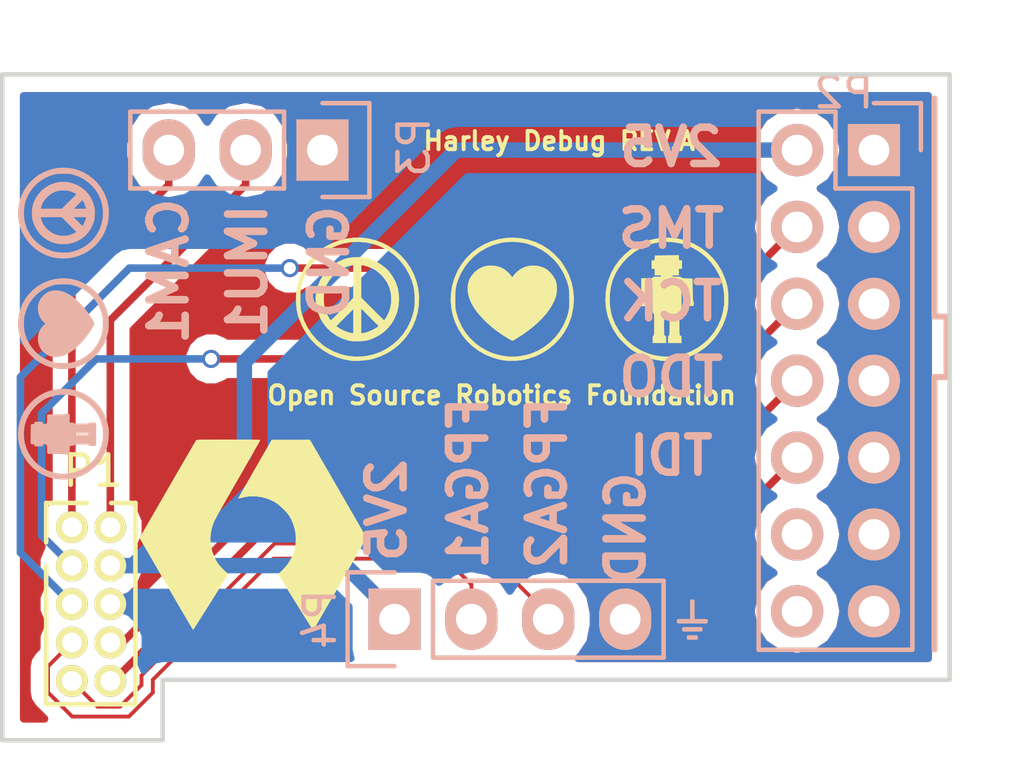
<source format=kicad_pcb>
(kicad_pcb (version 4) (host pcbnew 0.201603210401+6634~43~ubuntu14.04.1-product)

  (general
    (links 19)
    (no_connects 0)
    (area 11.924999 175.924999 43.375001 198.075001)
    (thickness 1.6)
    (drawings 25)
    (tracks 63)
    (zones 0)
    (modules 8)
    (nets 13)
  )

  (page A4)
  (layers
    (0 F.Cu signal)
    (31 B.Cu signal)
    (32 B.Adhes user)
    (33 F.Adhes user)
    (34 B.Paste user)
    (35 F.Paste user)
    (36 B.SilkS user)
    (37 F.SilkS user)
    (38 B.Mask user)
    (39 F.Mask user)
    (40 Dwgs.User user)
    (41 Cmts.User user)
    (42 Eco1.User user)
    (43 Eco2.User user)
    (44 Edge.Cuts user)
    (45 Margin user)
    (46 B.CrtYd user)
    (47 F.CrtYd user)
    (48 B.Fab user)
    (49 F.Fab user hide)
  )

  (setup
    (last_trace_width 0.508)
    (user_trace_width 0.127)
    (user_trace_width 0.508)
    (trace_clearance 0.2)
    (zone_clearance 0.508)
    (zone_45_only no)
    (trace_min 0.127)
    (segment_width 0.2)
    (edge_width 0.15)
    (via_size 0.6)
    (via_drill 0.4)
    (via_min_size 0.4)
    (via_min_drill 0.3)
    (uvia_size 0.3)
    (uvia_drill 0.1)
    (uvias_allowed no)
    (uvia_min_size 0.2)
    (uvia_min_drill 0.1)
    (pcb_text_width 0.3)
    (pcb_text_size 1.5 1.5)
    (mod_edge_width 0.15)
    (mod_text_size 1 1)
    (mod_text_width 0.15)
    (pad_size 1.05 1.05)
    (pad_drill 0.65)
    (pad_to_mask_clearance 0.1)
    (aux_axis_origin 0 0)
    (visible_elements FFFFFF7F)
    (pcbplotparams
      (layerselection 0x00030_ffffffff)
      (usegerberextensions false)
      (excludeedgelayer true)
      (linewidth 0.100000)
      (plotframeref false)
      (viasonmask false)
      (mode 1)
      (useauxorigin false)
      (hpglpennumber 1)
      (hpglpenspeed 20)
      (hpglpendiameter 15)
      (psnegative false)
      (psa4output false)
      (plotreference true)
      (plotvalue true)
      (plotinvisibletext false)
      (padsonsilk false)
      (subtractmaskfromsilk false)
      (outputformat 1)
      (mirror false)
      (drillshape 1)
      (scaleselection 1)
      (outputdirectory ""))
  )

  (net 0 "")
  (net 1 CAM_monitor1)
  (net 2 IMU_INT1)
  (net 3 FPGA_JTAG_TCK)
  (net 4 +2V5)
  (net 5 FPGA_JTAG_TMS)
  (net 6 GND)
  (net 7 FPGADebug1)
  (net 8 FPGA_JTAG_TDO)
  (net 9 FPGADebug2)
  (net 10 FPGA_JTAG_TDI)
  (net 11 "Net-(P2-Pad12)")
  (net 12 "Net-(P2-Pad14)")

  (net_class Default "This is the default net class."
    (clearance 0.2)
    (trace_width 0.25)
    (via_dia 0.6)
    (via_drill 0.4)
    (uvia_dia 0.3)
    (uvia_drill 0.1)
    (add_net +2V5)
    (add_net CAM_monitor1)
    (add_net FPGADebug1)
    (add_net FPGADebug2)
    (add_net FPGA_JTAG_TCK)
    (add_net FPGA_JTAG_TDI)
    (add_net FPGA_JTAG_TDO)
    (add_net FPGA_JTAG_TMS)
    (add_net GND)
    (add_net IMU_INT1)
    (add_net "Net-(P2-Pad12)")
    (add_net "Net-(P2-Pad14)")
  )

  (net_class SmallerTracks ""
    (clearance 0.127)
    (trace_width 0.127)
    (via_dia 0.6)
    (via_drill 0.4)
    (uvia_dia 0.3)
    (uvia_drill 0.1)
  )

  (module Pin_Headers:Pin_Header_Straight_2x05_Pitch1.27mm (layer F.Cu) (tedit 570E8C87) (tstamp 5710A99F)
    (at 14.3 190.96)
    (descr "Through hole pin header, pitch 1.27mm")
    (tags "pin header")
    (path /570E732B)
    (fp_text reference P1 (at 0.7 -1.86) (layer F.SilkS)
      (effects (font (size 1 1) (thickness 0.15)))
    )
    (fp_text value CONN_02X05 (at 0 6.9) (layer F.Fab)
      (effects (font (size 1 1) (thickness 0.15)))
    )
    (fp_line (start 2.1 -0.8) (end 1.3 -0.8) (layer F.SilkS) (width 0.15))
    (fp_line (start 2.1 5.85) (end 2.1 -0.8) (layer F.SilkS) (width 0.15))
    (fp_line (start 2.1 5.85) (end -0.85 5.85) (layer F.SilkS) (width 0.15))
    (fp_line (start -1.1 -1.05) (end -1.1 6.1) (layer F.CrtYd) (width 0.05))
    (fp_line (start 2.35 -1.05) (end 2.35 6.1) (layer F.CrtYd) (width 0.05))
    (fp_line (start -1.1 -1.05) (end 2.35 -1.05) (layer F.CrtYd) (width 0.05))
    (fp_line (start -1.1 6.1) (end 2.35 6.1) (layer F.CrtYd) (width 0.05))
    (fp_line (start -0.85 5.85) (end -0.85 1.3) (layer F.SilkS) (width 0.15))
    (fp_line (start 0.5 -0.8) (end -0.85 -0.8) (layer F.SilkS) (width 0.15))
    (fp_line (start -0.85 -0.8) (end -0.85 0.5) (layer F.SilkS) (width 0.15))
    (pad 1 thru_hole circle (at 0 0) (size 1.05 1.05) (drill 0.65) (layers *.Cu *.Mask F.SilkS)
      (net 1 CAM_monitor1))
    (pad 3 thru_hole circle (at 0 1.27) (size 1.05 1.05) (drill 0.65) (layers *.Cu *.Mask F.SilkS)
      (net 3 FPGA_JTAG_TCK))
    (pad 5 thru_hole circle (at 0 2.54) (size 1.05 1.05) (drill 0.65) (layers *.Cu *.Mask F.SilkS)
      (net 5 FPGA_JTAG_TMS))
    (pad 7 thru_hole circle (at 0 3.81) (size 1.05 1.05) (drill 0.65) (layers *.Cu *.Mask F.SilkS)
      (net 7 FPGADebug1))
    (pad 9 thru_hole circle (at 0 5.08) (size 1.05 1.05) (drill 0.65) (layers *.Cu *.Mask F.SilkS)
      (net 9 FPGADebug2))
    (pad 4 thru_hole circle (at 1.27 1.27) (size 1.05 1.05) (drill 0.65) (layers *.Cu *.Mask F.SilkS)
      (net 4 +2V5))
    (pad 6 thru_hole circle (at 1.27 2.54) (size 1.05 1.05) (drill 0.65) (layers *.Cu *.Mask F.SilkS)
      (net 6 GND))
    (pad 8 thru_hole circle (at 1.27 3.81) (size 1.05 1.05) (drill 0.65) (layers *.Cu *.Mask F.SilkS)
      (net 8 FPGA_JTAG_TDO))
    (pad 10 thru_hole circle (at 1.27 5.08) (size 1.05 1.05) (drill 0.65) (layers *.Cu *.Mask F.SilkS)
      (net 10 FPGA_JTAG_TDI))
    (pad 2 thru_hole circle (at 1.27 0) (size 1.05 1.05) (drill 0.65) (layers *.Cu *.Mask F.SilkS)
      (net 2 IMU_INT1))
    (model Pin_Headers.3dshapes/Pin_Header_Angled_2x05.wrl
      (at (xyz -0.025 -0.1 0.13))
      (scale (xyz 0.5 0.5 0.5))
      (rotate (xyz 90 0 90))
    )
  )

  (module Pin_Headers:Pin_Header_Straight_2x07 (layer B.Cu) (tedit 0) (tstamp 5710A9BD)
    (at 40.8 178.5 180)
    (descr "Through hole pin header")
    (tags "pin header")
    (path /570E71E9)
    (fp_text reference P2 (at 1 1.9 180) (layer B.SilkS)
      (effects (font (size 1 1) (thickness 0.15)) (justify mirror))
    )
    (fp_text value CONN_02X07 (at 0 3.1 180) (layer B.Fab)
      (effects (font (size 1 1) (thickness 0.15)) (justify mirror))
    )
    (fp_line (start -1.75 1.75) (end -1.75 -17) (layer B.CrtYd) (width 0.05))
    (fp_line (start 4.3 1.75) (end 4.3 -17) (layer B.CrtYd) (width 0.05))
    (fp_line (start -1.75 1.75) (end 4.3 1.75) (layer B.CrtYd) (width 0.05))
    (fp_line (start -1.75 -17) (end 4.3 -17) (layer B.CrtYd) (width 0.05))
    (fp_line (start 3.81 -16.51) (end 3.81 1.27) (layer B.SilkS) (width 0.15))
    (fp_line (start -1.27 -1.27) (end -1.27 -16.51) (layer B.SilkS) (width 0.15))
    (fp_line (start 3.81 -16.51) (end -1.27 -16.51) (layer B.SilkS) (width 0.15))
    (fp_line (start 3.81 1.27) (end 1.27 1.27) (layer B.SilkS) (width 0.15))
    (fp_line (start 0 1.55) (end -1.55 1.55) (layer B.SilkS) (width 0.15))
    (fp_line (start 1.27 1.27) (end 1.27 -1.27) (layer B.SilkS) (width 0.15))
    (fp_line (start 1.27 -1.27) (end -1.27 -1.27) (layer B.SilkS) (width 0.15))
    (fp_line (start -1.55 1.55) (end -1.55 0) (layer B.SilkS) (width 0.15))
    (pad 1 thru_hole rect (at 0 0 180) (size 1.7272 1.7272) (drill 1.016) (layers *.Cu *.Mask B.SilkS)
      (net 6 GND))
    (pad 2 thru_hole oval (at 2.54 0 180) (size 1.7272 1.7272) (drill 1.016) (layers *.Cu *.Mask B.SilkS)
      (net 4 +2V5))
    (pad 3 thru_hole oval (at 0 -2.54 180) (size 1.7272 1.7272) (drill 1.016) (layers *.Cu *.Mask B.SilkS)
      (net 6 GND))
    (pad 4 thru_hole oval (at 2.54 -2.54 180) (size 1.7272 1.7272) (drill 1.016) (layers *.Cu *.Mask B.SilkS)
      (net 5 FPGA_JTAG_TMS))
    (pad 5 thru_hole oval (at 0 -5.08 180) (size 1.7272 1.7272) (drill 1.016) (layers *.Cu *.Mask B.SilkS)
      (net 6 GND))
    (pad 6 thru_hole oval (at 2.54 -5.08 180) (size 1.7272 1.7272) (drill 1.016) (layers *.Cu *.Mask B.SilkS)
      (net 3 FPGA_JTAG_TCK))
    (pad 7 thru_hole oval (at 0 -7.62 180) (size 1.7272 1.7272) (drill 1.016) (layers *.Cu *.Mask B.SilkS)
      (net 6 GND))
    (pad 8 thru_hole oval (at 2.54 -7.62 180) (size 1.7272 1.7272) (drill 1.016) (layers *.Cu *.Mask B.SilkS)
      (net 8 FPGA_JTAG_TDO))
    (pad 9 thru_hole oval (at 0 -10.16 180) (size 1.7272 1.7272) (drill 1.016) (layers *.Cu *.Mask B.SilkS)
      (net 6 GND))
    (pad 10 thru_hole oval (at 2.54 -10.16 180) (size 1.7272 1.7272) (drill 1.016) (layers *.Cu *.Mask B.SilkS)
      (net 10 FPGA_JTAG_TDI))
    (pad 11 thru_hole oval (at 0 -12.7 180) (size 1.7272 1.7272) (drill 1.016) (layers *.Cu *.Mask B.SilkS)
      (net 6 GND))
    (pad 12 thru_hole oval (at 2.54 -12.7 180) (size 1.7272 1.7272) (drill 1.016) (layers *.Cu *.Mask B.SilkS)
      (net 11 "Net-(P2-Pad12)"))
    (pad 13 thru_hole oval (at 0 -15.24 180) (size 1.7272 1.7272) (drill 1.016) (layers *.Cu *.Mask B.SilkS)
      (net 6 GND))
    (pad 14 thru_hole oval (at 2.54 -15.24 180) (size 1.7272 1.7272) (drill 1.016) (layers *.Cu *.Mask B.SilkS)
      (net 12 "Net-(P2-Pad14)"))
    (model Pin_Headers.3dshapes/Pin_Header_Straight_2x07.wrl
      (at (xyz 0.05 -0.3 0))
      (scale (xyz 1 1 1))
      (rotate (xyz 0 0 90))
    )
  )

  (module Pin_Headers:Pin_Header_Straight_1x03 (layer B.Cu) (tedit 0) (tstamp 5710A9CF)
    (at 22.58 178.5 90)
    (descr "Through hole pin header")
    (tags "pin header")
    (path /570E7C0F)
    (fp_text reference P3 (at 0.1 3.02 90) (layer B.SilkS)
      (effects (font (size 1 1) (thickness 0.15)) (justify mirror))
    )
    (fp_text value CONN_01X03 (at 0 3.1 90) (layer B.Fab)
      (effects (font (size 1 1) (thickness 0.15)) (justify mirror))
    )
    (fp_line (start -1.75 1.75) (end -1.75 -6.85) (layer B.CrtYd) (width 0.05))
    (fp_line (start 1.75 1.75) (end 1.75 -6.85) (layer B.CrtYd) (width 0.05))
    (fp_line (start -1.75 1.75) (end 1.75 1.75) (layer B.CrtYd) (width 0.05))
    (fp_line (start -1.75 -6.85) (end 1.75 -6.85) (layer B.CrtYd) (width 0.05))
    (fp_line (start -1.27 -1.27) (end -1.27 -6.35) (layer B.SilkS) (width 0.15))
    (fp_line (start -1.27 -6.35) (end 1.27 -6.35) (layer B.SilkS) (width 0.15))
    (fp_line (start 1.27 -6.35) (end 1.27 -1.27) (layer B.SilkS) (width 0.15))
    (fp_line (start 1.55 1.55) (end 1.55 0) (layer B.SilkS) (width 0.15))
    (fp_line (start 1.27 -1.27) (end -1.27 -1.27) (layer B.SilkS) (width 0.15))
    (fp_line (start -1.55 0) (end -1.55 1.55) (layer B.SilkS) (width 0.15))
    (fp_line (start -1.55 1.55) (end 1.55 1.55) (layer B.SilkS) (width 0.15))
    (pad 1 thru_hole rect (at 0 0 90) (size 2.032 1.7272) (drill 1.016) (layers *.Cu *.Mask B.SilkS)
      (net 6 GND))
    (pad 2 thru_hole oval (at 0 -2.54 90) (size 2.032 1.7272) (drill 1.016) (layers *.Cu *.Mask B.SilkS)
      (net 2 IMU_INT1))
    (pad 3 thru_hole oval (at 0 -5.08 90) (size 2.032 1.7272) (drill 1.016) (layers *.Cu *.Mask B.SilkS)
      (net 1 CAM_monitor1))
    (model Pin_Headers.3dshapes/Pin_Header_Straight_1x03.wrl
      (at (xyz 0 -0.1 0))
      (scale (xyz 1 1 1))
      (rotate (xyz 0 0 90))
    )
  )

  (module Pin_Headers:Pin_Header_Straight_1x04 (layer B.Cu) (tedit 0) (tstamp 5710A9E2)
    (at 24.96 194 270)
    (descr "Through hole pin header")
    (tags "pin header")
    (path /570E7C37)
    (fp_text reference P4 (at 0 2.46 270) (layer B.SilkS)
      (effects (font (size 1 1) (thickness 0.15)) (justify mirror))
    )
    (fp_text value CONN_01X04 (at 0 3.1 270) (layer B.Fab)
      (effects (font (size 1 1) (thickness 0.15)) (justify mirror))
    )
    (fp_line (start -1.75 1.75) (end -1.75 -9.4) (layer B.CrtYd) (width 0.05))
    (fp_line (start 1.75 1.75) (end 1.75 -9.4) (layer B.CrtYd) (width 0.05))
    (fp_line (start -1.75 1.75) (end 1.75 1.75) (layer B.CrtYd) (width 0.05))
    (fp_line (start -1.75 -9.4) (end 1.75 -9.4) (layer B.CrtYd) (width 0.05))
    (fp_line (start -1.27 -1.27) (end -1.27 -8.89) (layer B.SilkS) (width 0.15))
    (fp_line (start 1.27 -1.27) (end 1.27 -8.89) (layer B.SilkS) (width 0.15))
    (fp_line (start 1.55 1.55) (end 1.55 0) (layer B.SilkS) (width 0.15))
    (fp_line (start -1.27 -8.89) (end 1.27 -8.89) (layer B.SilkS) (width 0.15))
    (fp_line (start 1.27 -1.27) (end -1.27 -1.27) (layer B.SilkS) (width 0.15))
    (fp_line (start -1.55 0) (end -1.55 1.55) (layer B.SilkS) (width 0.15))
    (fp_line (start -1.55 1.55) (end 1.55 1.55) (layer B.SilkS) (width 0.15))
    (pad 1 thru_hole rect (at 0 0 270) (size 2.032 1.7272) (drill 1.016) (layers *.Cu *.Mask B.SilkS)
      (net 4 +2V5))
    (pad 2 thru_hole oval (at 0 -2.54 270) (size 2.032 1.7272) (drill 1.016) (layers *.Cu *.Mask B.SilkS)
      (net 7 FPGADebug1))
    (pad 3 thru_hole oval (at 0 -5.08 270) (size 2.032 1.7272) (drill 1.016) (layers *.Cu *.Mask B.SilkS)
      (net 9 FPGADebug2))
    (pad 4 thru_hole oval (at 0 -7.62 270) (size 2.032 1.7272) (drill 1.016) (layers *.Cu *.Mask B.SilkS)
      (net 6 GND))
    (model Pin_Headers.3dshapes/Pin_Header_Straight_1x04.wrl
      (at (xyz 0 -0.15 0))
      (scale (xyz 1 1 1))
      (rotate (xyz 0 0 90))
    )
  )

  (module silkscreen:GND (layer B.Cu) (tedit 0) (tstamp 5712AEF8)
    (at 34.8 194 180)
    (fp_text reference G*** (at 0 0 180) (layer B.SilkS) hide
      (effects (font (thickness 0.3)) (justify mirror))
    )
    (fp_text value LOGO (at 0.75 0 180) (layer B.SilkS) hide
      (effects (font (thickness 0.3)) (justify mirror))
    )
    (fp_poly (pts (xy 0.135467 -0.630767) (xy 0 -0.630767) (xy -0.135466 -0.630767) (xy -0.135466 -0.605367)
      (xy -0.135466 -0.579967) (xy 0 -0.579967) (xy 0.135467 -0.579967) (xy 0.135467 -0.605367)
      (xy 0.135467 -0.630767) (xy 0.135467 -0.630767)) (layer B.SilkS) (width 0.1))
    (fp_poly (pts (xy 0.287867 -0.359833) (xy 0 -0.359833) (xy -0.287866 -0.359833) (xy -0.287866 -0.334433)
      (xy -0.287866 -0.309033) (xy 0 -0.309033) (xy 0.287867 -0.309033) (xy 0.287867 -0.334433)
      (xy 0.287867 -0.359833) (xy 0.287867 -0.359833)) (layer B.SilkS) (width 0.1))
    (fp_poly (pts (xy 0.461434 -0.093133) (xy 0 -0.093133) (xy -0.461433 -0.093133) (xy -0.461433 -0.067733)
      (xy -0.461433 -0.042333) (xy -0.243416 -0.042333) (xy -0.0254 -0.042333) (xy -0.0254 0.281517)
      (xy -0.0254 0.605367) (xy 0 0.605367) (xy 0.0254 0.605367) (xy 0.0254 0.281517)
      (xy 0.0254 -0.042333) (xy 0.243417 -0.042333) (xy 0.461434 -0.042333) (xy 0.461434 -0.067733)
      (xy 0.461434 -0.093133) (xy 0.461434 -0.093133)) (layer B.SilkS) (width 0.1))
  )

  (module silkscreen:OSRF_logo_only_15x4.7mm (layer F.Cu) (tedit 0) (tstamp 57169C2D)
    (at 28.8 183.4)
    (fp_text reference G*** (at 0 0) (layer F.SilkS) hide
      (effects (font (thickness 0.3)))
    )
    (fp_text value LOGO (at 0.75 0) (layer F.SilkS) hide
      (effects (font (thickness 0.3)))
    )
    (fp_poly (pts (xy -4.931722 -2.002189) (xy -4.684229 -1.97108) (xy -4.441233 -1.909237) (xy -4.205775 -1.816429)
      (xy -4.041137 -1.729431) (xy -3.823263 -1.582009) (xy -3.628385 -1.411329) (xy -3.458104 -1.219708)
      (xy -3.314022 -1.009467) (xy -3.197739 -0.782924) (xy -3.110856 -0.542399) (xy -3.057215 -0.304335)
      (xy -3.031628 -0.045668) (xy -3.03827 0.208225) (xy -3.075598 0.455109) (xy -3.14207 0.692752)
      (xy -3.236144 0.91892) (xy -3.356276 1.131379) (xy -3.500925 1.327897) (xy -3.668548 1.50624)
      (xy -3.857603 1.664175) (xy -4.066547 1.799467) (xy -4.293838 1.909885) (xy -4.537934 1.993194)
      (xy -4.665133 2.023846) (xy -4.731846 2.034602) (xy -4.818922 2.044164) (xy -4.917703 2.052065)
      (xy -5.019529 2.057836) (xy -5.115742 2.061009) (xy -5.197683 2.061118) (xy -5.256694 2.057692)
      (xy -5.266266 2.05633) (xy -5.304364 2.049994) (xy -5.362984 2.040402) (xy -5.427133 2.030002)
      (xy -5.578905 1.996521) (xy -5.742778 1.94467) (xy -5.905815 1.878882) (xy -5.998759 1.834098)
      (xy -6.221567 1.700321) (xy -6.423486 1.540743) (xy -6.602874 1.357427) (xy -6.758086 1.15244)
      (xy -6.88748 0.927845) (xy -6.989413 0.685707) (xy -7.03797 0.528159) (xy -7.065459 0.394875)
      (xy -7.084097 0.240336) (xy -7.093431 0.0761) (xy -7.093237 0.001339) (xy -6.950861 0.001339)
      (xy -6.950858 0.033867) (xy -6.950401 0.147937) (xy -6.94877 0.235602) (xy -6.945241 0.30432)
      (xy -6.939085 0.361549) (xy -6.929575 0.414747) (xy -6.915985 0.471372) (xy -6.903814 0.516467)
      (xy -6.821406 0.753068) (xy -6.709494 0.976628) (xy -6.570531 1.183776) (xy -6.406965 1.37114)
      (xy -6.221248 1.535349) (xy -6.101106 1.62077) (xy -5.87939 1.745734) (xy -5.6476 1.838513)
      (xy -5.406987 1.898839) (xy -5.158797 1.926446) (xy -4.904279 1.921067) (xy -4.77094 1.90531)
      (xy -4.529472 1.852212) (xy -4.299715 1.768616) (xy -4.084126 1.656606) (xy -3.88516 1.51826)
      (xy -3.705273 1.35566) (xy -3.546921 1.170886) (xy -3.41256 0.96602) (xy -3.304645 0.743141)
      (xy -3.261682 0.626533) (xy -3.215455 0.469027) (xy -3.185738 0.32005) (xy -3.17091 0.167339)
      (xy -3.16935 -0.001369) (xy -3.17125 -0.057492) (xy -3.186479 -0.248858) (xy -3.216992 -0.420648)
      (xy -3.265908 -0.584896) (xy -3.336348 -0.753635) (xy -3.369322 -0.821267) (xy -3.499875 -1.044764)
      (xy -3.653706 -1.243724) (xy -3.830458 -1.417814) (xy -4.029773 -1.566704) (xy -4.251292 -1.690061)
      (xy -4.358324 -1.737234) (xy -4.575745 -1.808686) (xy -4.806428 -1.852893) (xy -5.043686 -1.869706)
      (xy -5.280832 -1.858978) (xy -5.511181 -1.820564) (xy -5.694883 -1.766664) (xy -5.928077 -1.665391)
      (xy -6.142832 -1.536617) (xy -6.33731 -1.382359) (xy -6.509672 -1.204634) (xy -6.658083 -1.005459)
      (xy -6.780703 -0.786851) (xy -6.875696 -0.550826) (xy -6.910977 -0.4318) (xy -6.925706 -0.372211)
      (xy -6.936362 -0.317383) (xy -6.943576 -0.259964) (xy -6.947978 -0.192605) (xy -6.950196 -0.107954)
      (xy -6.950861 0.001339) (xy -7.093237 0.001339) (xy -7.093009 -0.086278) (xy -7.082377 -0.235243)
      (xy -7.07093 -0.313267) (xy -7.006627 -0.573664) (xy -6.912884 -0.819059) (xy -6.790757 -1.047654)
      (xy -6.641303 -1.257653) (xy -6.465576 -1.447256) (xy -6.340863 -1.556223) (xy -6.130234 -1.704717)
      (xy -5.90586 -1.82385) (xy -5.670782 -1.913392) (xy -5.428039 -1.973116) (xy -5.180672 -2.002791)
      (xy -4.931722 -2.002189)) (layer F.SilkS) (width 0.01))
    (fp_poly (pts (xy 0.313289 -1.986684) (xy 0.566978 -1.938753) (xy 0.80955 -1.860267) (xy 1.038686 -1.75237)
      (xy 1.252069 -1.616207) (xy 1.44738 -1.452923) (xy 1.6223 -1.263662) (xy 1.66898 -1.203951)
      (xy 1.814685 -0.98299) (xy 1.929367 -0.749923) (xy 2.012635 -0.507088) (xy 2.064098 -0.256824)
      (xy 2.083365 -0.001468) (xy 2.070045 0.256642) (xy 2.023746 0.515166) (xy 1.981499 0.664783)
      (xy 1.888186 0.900957) (xy 1.766102 1.121672) (xy 1.617655 1.324679) (xy 1.445257 1.507733)
      (xy 1.251317 1.668586) (xy 1.038246 1.804993) (xy 0.808454 1.914706) (xy 0.564351 1.99548)
      (xy 0.549816 1.999227) (xy 0.443922 2.024075) (xy 0.35021 2.040623) (xy 0.25421 2.050821)
      (xy 0.141452 2.056618) (xy 0.118534 2.057336) (xy 0.022652 2.058749) (xy -0.07159 2.057726)
      (xy -0.15363 2.054528) (xy -0.21291 2.049414) (xy -0.214996 2.049126) (xy -0.400536 2.012374)
      (xy -0.593928 1.955309) (xy -0.78016 1.8826) (xy -0.840376 1.854562) (xy -1.065205 1.726897)
      (xy -1.267533 1.575782) (xy -1.446503 1.403815) (xy -1.601261 1.213593) (xy -1.730949 1.007713)
      (xy -1.834713 0.788774) (xy -1.911696 0.559371) (xy -1.961043 0.322103) (xy -1.981897 0.079566)
      (xy -1.979728 0.016933) (xy -1.835738 0.016933) (xy -1.83557 0.135571) (xy -1.833828 0.227656)
      (xy -1.829938 0.30049) (xy -1.823328 0.361372) (xy -1.813427 0.417602) (xy -1.799754 0.47612)
      (xy -1.722319 0.716167) (xy -1.617307 0.939263) (xy -1.487084 1.143826) (xy -1.334017 1.328274)
      (xy -1.16047 1.491026) (xy -0.968809 1.6305) (xy -0.7614 1.745114) (xy -0.540609 1.833286)
      (xy -0.308802 1.893435) (xy -0.068344 1.92398) (xy 0.178399 1.923338) (xy 0.338667 1.905808)
      (xy 0.518052 1.871118) (xy 0.682151 1.821988) (xy 0.847361 1.753266) (xy 0.891214 1.732197)
      (xy 1.10483 1.608569) (xy 1.300047 1.458034) (xy 1.474524 1.283503) (xy 1.625921 1.087886)
      (xy 1.751896 0.874095) (xy 1.85011 0.645039) (xy 1.901355 0.47612) (xy 1.915096 0.417277)
      (xy 1.924976 0.361041) (xy 1.931568 0.300111) (xy 1.935444 0.227187) (xy 1.937176 0.134969)
      (xy 1.937339 0.016933) (xy 1.935548 -0.122053) (xy 1.930142 -0.235878) (xy 1.919583 -0.333181)
      (xy 1.902336 -0.422605) (xy 1.876865 -0.512789) (xy 1.841632 -0.612374) (xy 1.81198 -0.688211)
      (xy 1.705386 -0.909743) (xy 1.57111 -1.113995) (xy 1.411795 -1.29876) (xy 1.230089 -1.461828)
      (xy 1.028636 -1.600993) (xy 0.810083 -1.714045) (xy 0.577073 -1.798777) (xy 0.440267 -1.833245)
      (xy 0.285152 -1.856963) (xy 0.112073 -1.867819) (xy -0.065603 -1.865812) (xy -0.23451 -1.850942)
      (xy -0.338666 -1.833245) (xy -0.578662 -1.765461) (xy -0.805695 -1.668112) (xy -1.017119 -1.543404)
      (xy -1.210288 -1.393546) (xy -1.382557 -1.220747) (xy -1.531281 -1.027215) (xy -1.653815 -0.815159)
      (xy -1.710379 -0.688211) (xy -1.752968 -0.577565) (xy -1.784772 -0.482077) (xy -1.807329 -0.393108)
      (xy -1.822173 -0.302016) (xy -1.830842 -0.20016) (xy -1.834871 -0.0789) (xy -1.835738 0.016933)
      (xy -1.979728 0.016933) (xy -1.973402 -0.165641) (xy -1.934704 -0.410923) (xy -1.864945 -0.653681)
      (xy -1.76327 -0.891318) (xy -1.752309 -0.912781) (xy -1.618542 -1.135341) (xy -1.460291 -1.335827)
      (xy -1.279916 -1.512811) (xy -1.079779 -1.664866) (xy -0.862239 -1.790566) (xy -0.629657 -1.888482)
      (xy -0.384394 -1.957188) (xy -0.12881 -1.995257) (xy 0.0508 -2.002916) (xy 0.313289 -1.986684)) (layer F.SilkS) (width 0.01))
    (fp_poly (pts (xy 5.427627 -1.989087) (xy 5.680125 -1.938555) (xy 5.928006 -1.854506) (xy 6.079067 -1.785633)
      (xy 6.300595 -1.656057) (xy 6.502872 -1.500349) (xy 6.683449 -1.321274) (xy 6.839879 -1.1216)
      (xy 6.969714 -0.904094) (xy 7.070504 -0.671524) (xy 7.07444 -0.6604) (xy 7.119058 -0.524945)
      (xy 7.150745 -0.406182) (xy 7.17145 -0.292488) (xy 7.18312 -0.172243) (xy 7.187705 -0.033825)
      (xy 7.187995 0.016933) (xy 7.185872 0.162796) (xy 7.178214 0.285679) (xy 7.16347 0.396238)
      (xy 7.140084 0.505124) (xy 7.106503 0.622991) (xy 7.093782 0.663015) (xy 6.99953 0.899811)
      (xy 6.875362 1.123328) (xy 6.723787 1.330059) (xy 6.547314 1.5165) (xy 6.386333 1.651372)
      (xy 6.169498 1.795898) (xy 5.945877 1.907828) (xy 5.71261 1.988161) (xy 5.466835 2.037897)
      (xy 5.223934 2.057584) (xy 5.136049 2.059603) (xy 5.059102 2.060487) (xy 5.000043 2.060223)
      (xy 4.96582 2.058795) (xy 4.961467 2.058145) (xy 4.933087 2.052574) (xy 4.881693 2.043571)
      (xy 4.817726 2.032958) (xy 4.809067 2.031561) (xy 4.602603 1.984598) (xy 4.3921 1.911139)
      (xy 4.187888 1.815358) (xy 4.012401 1.709723) (xy 3.916953 1.637584) (xy 3.81171 1.545875)
      (xy 3.7056 1.443251) (xy 3.607547 1.338365) (xy 3.52648 1.239869) (xy 3.523217 1.235515)
      (xy 3.386215 1.023916) (xy 3.277753 0.796763) (xy 3.198401 0.557596) (xy 3.14873 0.309955)
      (xy 3.131137 0.081162) (xy 3.265666 0.081162) (xy 3.283931 0.312633) (xy 3.328517 0.535703)
      (xy 3.360053 0.639898) (xy 3.454574 0.865921) (xy 3.579632 1.080104) (xy 3.732923 1.278881)
      (xy 3.855393 1.406569) (xy 4.047955 1.567479) (xy 4.25743 1.700017) (xy 4.480938 1.803296)
      (xy 4.715602 1.876427) (xy 4.958545 1.918522) (xy 5.206887 1.928691) (xy 5.457751 1.906047)
      (xy 5.468053 1.904404) (xy 5.709823 1.848306) (xy 5.941645 1.761056) (xy 6.160215 1.644713)
      (xy 6.362227 1.501334) (xy 6.544376 1.332978) (xy 6.703356 1.141703) (xy 6.711674 1.130121)
      (xy 6.839485 0.922373) (xy 6.938545 0.700519) (xy 7.008512 0.468312) (xy 7.049041 0.229505)
      (xy 7.059791 -0.012149) (xy 7.040417 -0.252896) (xy 6.990577 -0.488983) (xy 6.909927 -0.716657)
      (xy 6.885464 -0.770652) (xy 6.7622 -0.993075) (xy 6.614927 -1.193315) (xy 6.446154 -1.370157)
      (xy 6.258384 -1.522386) (xy 6.054124 -1.64879) (xy 5.83588 -1.748152) (xy 5.606156 -1.819261)
      (xy 5.367459 -1.8609) (xy 5.122295 -1.871857) (xy 4.873169 -1.850918) (xy 4.717191 -1.821239)
      (xy 4.489516 -1.751377) (xy 4.271392 -1.650841) (xy 4.066049 -1.52223) (xy 3.876722 -1.368143)
      (xy 3.706643 -1.191177) (xy 3.559044 -0.993932) (xy 3.448022 -0.801068) (xy 3.3649 -0.599825)
      (xy 3.30654 -0.38145) (xy 3.273332 -0.152327) (xy 3.265666 0.081162) (xy 3.131137 0.081162)
      (xy 3.129308 0.05738) (xy 3.140706 -0.19659) (xy 3.183494 -0.448414) (xy 3.227019 -0.604978)
      (xy 3.319802 -0.838897) (xy 3.441608 -1.058617) (xy 3.589687 -1.261551) (xy 3.761288 -1.445119)
      (xy 3.953661 -1.606734) (xy 4.164054 -1.743814) (xy 4.389718 -1.853774) (xy 4.627901 -1.934032)
      (xy 4.647288 -1.93906) (xy 4.910723 -1.989392) (xy 5.170998 -2.00605) (xy 5.427627 -1.989087)) (layer F.SilkS) (width 0.01))
    (fp_poly (pts (xy -4.874453 -1.352089) (xy -4.756684 -1.332303) (xy -4.749799 -1.33059) (xy -4.594637 -1.27945)
      (xy -4.437907 -1.206777) (xy -4.2881 -1.11772) (xy -4.153709 -1.017426) (xy -4.043222 -0.911045)
      (xy -4.027145 -0.892387) (xy -3.896974 -0.713533) (xy -3.799389 -0.527046) (xy -3.733518 -0.330539)
      (xy -3.698486 -0.121621) (xy -3.691835 0.0254) (xy -3.707837 0.244298) (xy -3.755333 0.453675)
      (xy -3.833085 0.650888) (xy -3.939855 0.83329) (xy -4.074404 0.998238) (xy -4.202913 1.117242)
      (xy -4.294705 1.182781) (xy -4.407331 1.248916) (xy -4.528473 1.309333) (xy -4.645809 1.357717)
      (xy -4.715933 1.380197) (xy -4.807133 1.398089) (xy -4.919994 1.409937) (xy -5.043058 1.415463)
      (xy -5.164865 1.414391) (xy -5.273956 1.406442) (xy -5.342466 1.395374) (xy -5.549383 1.332579)
      (xy -5.740185 1.241315) (xy -5.912743 1.123954) (xy -6.06493 0.982871) (xy -6.118689 0.915539)
      (xy -5.7658 0.915539) (xy -5.723466 0.948473) (xy -5.649213 0.997991) (xy -5.558153 1.046413)
      (xy -5.459862 1.089766) (xy -5.363919 1.124078) (xy -5.279902 1.145378) (xy -5.236633 1.150352)
      (xy -5.198533 1.151466) (xy -4.944533 1.151466) (xy -4.906433 1.151266) (xy -4.868934 1.146865)
      (xy -4.813704 1.135788) (xy -4.775199 1.126312) (xy -4.704481 1.102844) (xy -4.620783 1.068151)
      (xy -4.535322 1.027571) (xy -4.45932 0.986442) (xy -4.403994 0.950102) (xy -4.402666 0.949059)
      (xy -4.360333 0.915538) (xy -4.652433 0.62293) (xy -4.944533 0.330323) (xy -4.944533 1.151466)
      (xy -5.198533 1.151466) (xy -5.198533 0.34726) (xy -5.482166 0.6314) (xy -5.7658 0.915539)
      (xy -6.118689 0.915539) (xy -6.194621 0.820438) (xy -6.299688 0.639029) (xy -6.378004 0.441017)
      (xy -6.427442 0.228775) (xy -6.434684 0.176716) (xy -6.442879 -0.018159) (xy -6.179197 -0.018159)
      (xy -6.176316 0.110803) (xy -6.164607 0.235408) (xy -6.144528 0.344224) (xy -6.13138 0.389467)
      (xy -6.108186 0.44852) (xy -6.07728 0.515512) (xy -6.042504 0.583462) (xy -6.007702 0.645389)
      (xy -5.976714 0.694313) (xy -5.953385 0.723254) (xy -5.944945 0.728133) (xy -5.930029 0.716485)
      (xy -5.894482 0.683495) (xy -5.84129 0.632093) (xy -5.77344 0.56521) (xy -5.693919 0.485775)
      (xy -5.605712 0.39672) (xy -5.564701 0.355022) (xy -5.198533 -0.018089) (xy -5.198533 -0.563172)
      (xy -4.944533 -0.563172) (xy -4.944533 -0.025676) (xy -4.567907 0.351228) (xy -4.475292 0.443629)
      (xy -4.39036 0.52782) (xy -4.316049 0.600932) (xy -4.255299 0.660095) (xy -4.211049 0.702437)
      (xy -4.186238 0.725088) (xy -4.182018 0.728133) (xy -4.16917 0.714806) (xy -4.144737 0.68001)
      (xy -4.116606 0.635487) (xy -4.035453 0.481712) (xy -3.981832 0.329847) (xy -3.952862 0.169484)
      (xy -3.945466 0.017331) (xy -3.960759 -0.176349) (xy -4.006942 -0.356692) (xy -4.084471 -0.52479)
      (xy -4.193804 -0.681737) (xy -4.275416 -0.771567) (xy -4.363138 -0.85424) (xy -4.444297 -0.917187)
      (xy -4.530534 -0.969235) (xy -4.548531 -0.97866) (xy -4.629594 -1.016) (xy -4.718469 -1.050069)
      (xy -4.805162 -1.07762) (xy -4.879676 -1.095405) (xy -4.923366 -1.100417) (xy -4.929502 -1.09333)
      (xy -4.934415 -1.07004) (xy -4.938216 -1.02774) (xy -4.941016 -0.963624) (xy -4.942924 -0.874888)
      (xy -4.944052 -0.758725) (xy -4.94451 -0.612329) (xy -4.944533 -0.563172) (xy -5.198533 -0.563172)
      (xy -5.198533 -1.104436) (xy -5.262033 -1.092675) (xy -5.433354 -1.047167) (xy -5.589904 -0.975611)
      (xy -5.7368 -0.87522) (xy -5.8514 -0.771677) (xy -5.979984 -0.621683) (xy -6.078053 -0.460553)
      (xy -6.144398 -0.290381) (xy -6.156651 -0.243428) (xy -6.172794 -0.140047) (xy -6.179197 -0.018159)
      (xy -6.442879 -0.018159) (xy -6.443386 -0.030214) (xy -6.420303 -0.232901) (xy -6.367496 -0.428333)
      (xy -6.287023 -0.613496) (xy -6.180945 -0.78538) (xy -6.051322 -0.940971) (xy -5.900213 -1.077256)
      (xy -5.729679 -1.191224) (xy -5.541778 -1.279863) (xy -5.409217 -1.323034) (xy -5.290769 -1.346244)
      (xy -5.153893 -1.358917) (xy -5.010989 -1.360913) (xy -4.874453 -1.352089)) (layer F.SilkS) (width 0.01))
    (fp_poly (pts (xy -0.478234 -1.067758) (xy -0.326445 -1.020322) (xy -0.187912 -0.942163) (xy -0.064013 -0.834019)
      (xy 0.022427 -0.728133) (xy 0.044161 -0.700081) (xy 0.057284 -0.698177) (xy 0.071625 -0.719479)
      (xy 0.108094 -0.769664) (xy 0.16315 -0.829919) (xy 0.22748 -0.891116) (xy 0.291772 -0.944128)
      (xy 0.323431 -0.966289) (xy 0.457496 -1.032926) (xy 0.60486 -1.072089) (xy 0.758903 -1.08369)
      (xy 0.913002 -1.067642) (xy 1.060534 -1.023858) (xy 1.155332 -0.977259) (xy 1.240261 -0.914696)
      (xy 1.325241 -0.829844) (xy 1.401171 -0.733021) (xy 1.458951 -0.634547) (xy 1.460529 -0.631204)
      (xy 1.490331 -0.560402) (xy 1.508225 -0.495558) (xy 1.517864 -0.420981) (xy 1.520882 -0.372002)
      (xy 1.520809 -0.243828) (xy 1.505537 -0.128406) (xy 1.472437 -0.012036) (xy 1.432632 0.088018)
      (xy 1.33658 0.272159) (xy 1.208779 0.457819) (xy 1.051166 0.643032) (xy 0.865681 0.825831)
      (xy 0.65426 1.004251) (xy 0.418841 1.176324) (xy 0.254447 1.283477) (xy 0.185772 1.325868)
      (xy 0.126581 1.361644) (xy 0.083348 1.386942) (xy 0.06286 1.397788) (xy 0.041469 1.392151)
      (xy -0.002151 1.371206) (xy -0.06188 1.338174) (xy -0.131597 1.296275) (xy -0.139749 1.291178)
      (xy -0.317152 1.176159) (xy -0.471074 1.067802) (xy -0.609398 0.959981) (xy -0.740002 0.846571)
      (xy -0.864044 0.728133) (xy -1.036342 0.543844) (xy -1.176088 0.365069) (xy -1.283924 0.190597)
      (xy -1.360489 0.01922) (xy -1.406427 -0.150274) (xy -1.422376 -0.319093) (xy -1.422399 -0.325825)
      (xy -1.409323 -0.479823) (xy -1.368753 -0.617127) (xy -1.298674 -0.742335) (xy -1.197073 -0.860043)
      (xy -1.182086 -0.87443) (xy -1.058889 -0.97131) (xy -0.926045 -1.03737) (xy -0.779435 -1.074207)
      (xy -0.641901 -1.083733) (xy -0.478234 -1.067758)) (layer F.SilkS) (width 0.01))
    (fp_poly (pts (xy 5.554134 -1.338046) (xy 5.555233 -1.287807) (xy 5.562004 -1.262713) (xy 5.579662 -1.25404)
      (xy 5.604934 -1.253067) (xy 5.655734 -1.253067) (xy 5.655734 -0.982133) (xy 5.554134 -0.982133)
      (xy 5.554134 -0.762) (xy 5.444067 -0.762) (xy 5.382329 -0.760304) (xy 5.348015 -0.754245)
      (xy 5.334806 -0.742365) (xy 5.334001 -0.7366) (xy 5.33994 -0.724209) (xy 5.361615 -0.71649)
      (xy 5.404814 -0.71248) (xy 5.475326 -0.711214) (xy 5.486401 -0.7112) (xy 5.561077 -0.710163)
      (xy 5.607592 -0.706435) (xy 5.631608 -0.699096) (xy 5.638782 -0.687223) (xy 5.6388 -0.686373)
      (xy 5.645095 -0.674879) (xy 5.667439 -0.666872) (xy 5.71102 -0.661507) (xy 5.781028 -0.657939)
      (xy 5.820834 -0.65674) (xy 6.002867 -0.651934) (xy 6.007424 -0.275167) (xy 6.009883 -0.136717)
      (xy 6.013511 -0.029079) (xy 6.018262 0.04695) (xy 6.02409 0.090571) (xy 6.029565 0.1016)
      (xy 6.039693 0.116834) (xy 6.042739 0.156662) (xy 6.041941 0.173567) (xy 6.036734 0.245533)
      (xy 5.8801 0.250402) (xy 5.723467 0.255271) (xy 5.723467 0.178435) (xy 5.726804 0.132772)
      (xy 5.735255 0.105248) (xy 5.7404 0.1016) (xy 5.747642 0.085267) (xy 5.753054 0.038595)
      (xy 5.756368 -0.034923) (xy 5.757334 -0.118533) (xy 5.757334 -0.338667) (xy 5.6388 -0.338667)
      (xy 5.6388 0.069318) (xy 5.638693 0.19718) (xy 5.638149 0.295241) (xy 5.636839 0.367568)
      (xy 5.634432 0.418229) (xy 5.630598 0.451289) (xy 5.625006 0.470815) (xy 5.617327 0.480873)
      (xy 5.607229 0.48553) (xy 5.604934 0.48616) (xy 5.593864 0.490457) (xy 5.58551 0.499629)
      (xy 5.579492 0.517953) (xy 5.575427 0.549704) (xy 5.572934 0.599157) (xy 5.571631 0.670587)
      (xy 5.571137 0.768269) (xy 5.571067 0.865575) (xy 5.571181 0.986606) (xy 5.571777 1.077945)
      (xy 5.573235 1.143764) (xy 5.575939 1.188235) (xy 5.580268 1.215534) (xy 5.586605 1.229833)
      (xy 5.595331 1.235305) (xy 5.604934 1.236133) (xy 5.622732 1.239331) (xy 5.632928 1.253752)
      (xy 5.637591 1.286639) (xy 5.638791 1.345231) (xy 5.6388 1.354666) (xy 5.6388 1.4732)
      (xy 5.198534 1.4732) (xy 5.198534 1.354666) (xy 5.200028 1.290265) (xy 5.205399 1.253407)
      (xy 5.215982 1.237861) (xy 5.223934 1.236133) (xy 5.232333 1.232136) (xy 5.238693 1.21751)
      (xy 5.243283 1.188304) (xy 5.246373 1.140567) (xy 5.248231 1.070347) (xy 5.249127 0.973692)
      (xy 5.249334 0.8636) (xy 5.249334 0.491067) (xy 5.063067 0.491067) (xy 5.063067 0.8636)
      (xy 5.06318 0.984994) (xy 5.06377 1.076684) (xy 5.065217 1.142833) (xy 5.067898 1.187601)
      (xy 5.072192 1.215153) (xy 5.078477 1.229649) (xy 5.087132 1.235253) (xy 5.096934 1.236133)
      (xy 5.114732 1.239331) (xy 5.124928 1.253752) (xy 5.129591 1.286639) (xy 5.130791 1.345231)
      (xy 5.130801 1.354666) (xy 5.130801 1.4732) (xy 4.690534 1.4732) (xy 4.690534 1.354666)
      (xy 4.692028 1.290265) (xy 4.697399 1.253407) (xy 4.707982 1.237861) (xy 4.715934 1.236133)
      (xy 4.724333 1.232136) (xy 4.730693 1.21751) (xy 4.735283 1.188304) (xy 4.738373 1.140567)
      (xy 4.740231 1.070347) (xy 4.741127 0.973692) (xy 4.741334 0.8636) (xy 4.741061 0.740408)
      (xy 4.740064 0.647127) (xy 4.738073 0.579808) (xy 4.734818 0.534499) (xy 4.73003 0.507247)
      (xy 4.72344 0.494102) (xy 4.715934 0.491067) (xy 4.707928 0.487203) (xy 4.701765 0.473107)
      (xy 4.697215 0.445024) (xy 4.694049 0.399196) (xy 4.692036 0.331869) (xy 4.690947 0.239286)
      (xy 4.690552 0.11769) (xy 4.690534 0.0762) (xy 4.690534 -0.338667) (xy 4.572001 -0.338667)
      (xy 4.572001 -0.118533) (xy 4.573358 -0.016831) (xy 4.577368 0.054279) (xy 4.583933 0.09361)
      (xy 4.589907 0.1016) (xy 4.600422 0.116924) (xy 4.603398 0.157578) (xy 4.602607 0.173567)
      (xy 4.597401 0.245533) (xy 4.440767 0.250402) (xy 4.284134 0.255271) (xy 4.284134 0.178435)
      (xy 4.287471 0.132772) (xy 4.295922 0.105248) (xy 4.301067 0.1016) (xy 4.307023 0.084955)
      (xy 4.311768 0.036137) (xy 4.315229 -0.043181) (xy 4.317331 -0.151323) (xy 4.318001 -0.2794)
      (xy 4.318001 -0.6604) (xy 4.504267 -0.6604) (xy 4.587643 -0.661126) (xy 4.642541 -0.66379)
      (xy 4.674329 -0.669126) (xy 4.688375 -0.677864) (xy 4.690534 -0.6858) (xy 4.696679 -0.698499)
      (xy 4.719047 -0.706271) (xy 4.763539 -0.710157) (xy 4.834467 -0.7112) (xy 4.906426 -0.712285)
      (xy 4.950468 -0.716232) (xy 4.972492 -0.724083) (xy 4.978401 -0.7366) (xy 4.971052 -0.750847)
      (xy 4.944796 -0.758766) (xy 4.893314 -0.761814) (xy 4.868334 -0.762) (xy 4.758267 -0.762)
      (xy 4.758267 -0.982133) (xy 4.656667 -0.982133) (xy 4.656667 -1.253067) (xy 4.706539 -1.253067)
      (xy 4.736796 -1.255451) (xy 4.752288 -1.268558) (xy 4.759124 -1.301314) (xy 4.761573 -1.3335)
      (xy 4.766734 -1.413934) (xy 5.554134 -1.423024) (xy 5.554134 -1.338046)) (layer F.SilkS) (width 0.01))
  )

  (module silkscreen:OSRFOfficialLogo7.7x6.5 (layer F.Cu) (tedit 0) (tstamp 57188E8B)
    (at 20.3 191.2)
    (fp_text reference G*** (at 0 0) (layer F.SilkS) hide
      (effects (font (thickness 0.3)))
    )
    (fp_text value LOGO (at 0.75 0) (layer F.SilkS) hide
      (effects (font (thickness 0.3)))
    )
    (fp_poly (pts (xy 2.780059 -1.540933) (xy 2.903579 -1.327201) (xy 3.022501 -1.121187) (xy 3.135706 -0.924846)
      (xy 3.242071 -0.740132) (xy 3.340475 -0.569) (xy 3.429798 -0.413406) (xy 3.508917 -0.275304)
      (xy 3.576713 -0.15665) (xy 3.632063 -0.059397) (xy 3.673847 0.014498) (xy 3.700943 0.063081)
      (xy 3.712231 0.084397) (xy 3.712342 0.084667) (xy 3.713797 0.09372) (xy 3.71179 0.107459)
      (xy 3.705396 0.127562) (xy 3.693691 0.155706) (xy 3.675751 0.193566) (xy 3.650651 0.242821)
      (xy 3.617468 0.305147) (xy 3.575276 0.38222) (xy 3.523152 0.475719) (xy 3.460172 0.587318)
      (xy 3.38541 0.718696) (xy 3.297943 0.871529) (xy 3.196847 1.047493) (xy 3.081196 1.248267)
      (xy 2.950068 1.475526) (xy 2.853617 1.642534) (xy 2.733317 1.850756) (xy 2.61783 2.050597)
      (xy 2.508276 2.24012) (xy 2.405778 2.417386) (xy 2.311458 2.580457) (xy 2.226437 2.727395)
      (xy 2.151836 2.856262) (xy 2.088777 2.96512) (xy 2.038382 3.052031) (xy 2.001773 3.115057)
      (xy 1.98007 3.152259) (xy 1.974189 3.162131) (xy 1.964783 3.148885) (xy 1.938978 3.1093)
      (xy 1.898294 3.045775) (xy 1.844246 2.960712) (xy 1.778352 2.856512) (xy 1.70213 2.735574)
      (xy 1.617097 2.600299) (xy 1.52477 2.453089) (xy 1.426667 2.296343) (xy 1.400308 2.254174)
      (xy 1.300539 2.094359) (xy 1.205996 1.942599) (xy 1.118229 1.8014) (xy 1.038788 1.673271)
      (xy 0.969221 1.56072) (xy 0.911078 1.466255) (xy 0.865909 1.392383) (xy 0.835263 1.341613)
      (xy 0.82069 1.316452) (xy 0.819771 1.314543) (xy 0.818319 1.291417) (xy 0.825473 1.286934)
      (xy 0.851875 1.274471) (xy 0.894063 1.2406) (xy 0.946968 1.190594) (xy 1.005518 1.129726)
      (xy 1.064643 1.063269) (xy 1.119272 0.996497) (xy 1.164336 0.934683) (xy 1.164722 0.934107)
      (xy 1.271601 0.744933) (xy 1.347157 0.545803) (xy 1.391318 0.339809) (xy 1.404014 0.130044)
      (xy 1.385172 -0.080402) (xy 1.334723 -0.288434) (xy 1.252594 -0.490962) (xy 1.199805 -0.588894)
      (xy 1.145468 -0.666984) (xy 1.06999 -0.755722) (xy 0.980934 -0.847782) (xy 0.885865 -0.935839)
      (xy 0.792344 -1.012566) (xy 0.707936 -1.070637) (xy 0.694267 -1.078559) (xy 0.497703 -1.170524)
      (xy 0.293134 -1.232209) (xy 0.084667 -1.263071) (xy -0.123593 -1.262569) (xy -0.327539 -1.230162)
      (xy -0.370463 -1.218965) (xy -0.430373 -1.202969) (xy -0.47602 -1.192221) (xy -0.49913 -1.188634)
      (xy -0.500338 -1.18896) (xy -0.492977 -1.20409) (xy -0.470085 -1.246123) (xy -0.433042 -1.312621)
      (xy -0.38323 -1.401145) (xy -0.32203 -1.509258) (xy -0.250824 -1.634521) (xy -0.170993 -1.774496)
      (xy -0.083919 -1.926746) (xy 0.009017 -2.088832) (xy 0.049349 -2.159052) (xy 0.60398 -3.1242)
      (xy 1.864537 -3.1242) (xy 2.780059 -1.540933)) (layer F.SilkS) (width 0.01))
    (fp_poly (pts (xy -0.642745 -3.132439) (xy -0.468238 -3.131784) (xy -0.307021 -3.130741) (xy -0.161975 -3.12935)
      (xy -0.035984 -3.127651) (xy 0.068072 -3.125682) (xy 0.14731 -3.123485) (xy 0.198848 -3.121099)
      (xy 0.219804 -3.118564) (xy 0.220133 -3.1182) (xy 0.211893 -3.101545) (xy 0.188042 -3.057851)
      (xy 0.149886 -2.989418) (xy 0.09873 -2.898545) (xy 0.035879 -2.787533) (xy -0.037362 -2.658682)
      (xy -0.119687 -2.514291) (xy -0.209792 -2.356661) (xy -0.306371 -2.188092) (xy -0.408118 -2.010885)
      (xy -0.416464 -1.996366) (xy -0.557651 -1.750737) (xy -0.682964 -1.532595) (xy -0.793427 -1.34008)
      (xy -0.890064 -1.171329) (xy -0.973899 -1.024481) (xy -1.045954 -0.897673) (xy -1.107254 -0.789043)
      (xy -1.158822 -0.696729) (xy -1.201681 -0.61887) (xy -1.236855 -0.553603) (xy -1.265368 -0.499067)
      (xy -1.288244 -0.453398) (xy -1.306505 -0.414736) (xy -1.321175 -0.381218) (xy -1.333279 -0.350983)
      (xy -1.343838 -0.322168) (xy -1.353878 -0.29291) (xy -1.355466 -0.28818) (xy -1.407653 -0.080125)
      (xy -1.426946 0.131663) (xy -1.413586 0.343931) (xy -1.367818 0.553425) (xy -1.289883 0.756891)
      (xy -1.275097 0.787365) (xy -1.217508 0.893267) (xy -1.155515 0.985611) (xy -1.081506 1.074334)
      (xy -0.987868 1.169376) (xy -0.967974 1.188266) (xy -0.836256 1.312334) (xy -1.408224 2.226566)
      (xy -1.508071 2.385903) (xy -1.602791 2.536557) (xy -1.690837 2.676101) (xy -1.77066 2.802106)
      (xy -1.840716 2.912144) (xy -1.899456 3.003787) (xy -1.945333 3.074606) (xy -1.9768 3.122174)
      (xy -1.99231 3.144061) (xy -1.993543 3.145248) (xy -2.003661 3.131511) (xy -2.02953 3.090343)
      (xy -2.07002 3.023667) (xy -2.123996 2.933411) (xy -2.190328 2.821498) (xy -2.267884 2.689856)
      (xy -2.35553 2.540409) (xy -2.452135 2.375084) (xy -2.556567 2.195805) (xy -2.667694 2.004498)
      (xy -2.784382 1.803089) (xy -2.882912 1.632632) (xy -3.75893 0.115565) (xy -2.834018 -1.487384)
      (xy -2.710094 -1.702084) (xy -2.590742 -1.908721) (xy -2.477073 -2.105382) (xy -2.370195 -2.290155)
      (xy -2.271216 -2.461128) (xy -2.181247 -2.616388) (xy -2.101395 -2.754024) (xy -2.032769 -2.872122)
      (xy -1.976478 -2.968771) (xy -1.933632 -3.042058) (xy -1.905339 -3.090071) (xy -1.892707 -3.110897)
      (xy -1.89228 -3.1115) (xy -1.881677 -3.116034) (xy -1.856231 -3.119921) (xy -1.81387 -3.123202)
      (xy -1.75252 -3.125918) (xy -1.670108 -3.12811) (xy -1.564561 -3.129821) (xy -1.433806 -3.13109)
      (xy -1.275769 -3.131959) (xy -1.088378 -3.132469) (xy -0.869559 -3.132662) (xy -0.82766 -3.132667)
      (xy -0.642745 -3.132439)) (layer F.SilkS) (width 0.01))
  )

  (module silkscreen:OSRF_logo_only_10x3mm (layer B.Cu) (tedit 0) (tstamp 571E6538)
    (at 14 184.2 270)
    (fp_text reference G*** (at 0 0 270) (layer B.SilkS) hide
      (effects (font (thickness 0.3)) (justify mirror))
    )
    (fp_text value LOGO (at 0.75 0 270) (layer B.SilkS) hide
      (effects (font (thickness 0.3)) (justify mirror))
    )
    (fp_poly (pts (xy -2.165449 0.03262) (xy -2.170193 -0.148732) (xy -2.196856 -0.325078) (xy -2.244336 -0.494822)
      (xy -2.263821 -0.541667) (xy -2.263821 0.000978) (xy -2.265179 0.041066) (xy -2.276057 0.177756)
      (xy -2.297851 0.300463) (xy -2.332791 0.417783) (xy -2.383106 0.538311) (xy -2.406659 0.586619)
      (xy -2.499911 0.74626) (xy -2.60979 0.888374) (xy -2.736042 1.012725) (xy -2.878409 1.119074)
      (xy -3.036637 1.207187) (xy -3.113089 1.240882) (xy -3.26839 1.291919) (xy -3.433163 1.323495)
      (xy -3.602633 1.335504) (xy -3.772023 1.327842) (xy -3.936558 1.300403) (xy -4.067773 1.261903)
      (xy -4.234341 1.189565) (xy -4.387737 1.097584) (xy -4.52665 0.9874) (xy -4.649766 0.860453)
      (xy -4.755774 0.718185) (xy -4.84336 0.562037) (xy -4.911212 0.393448) (xy -4.936413 0.308429)
      (xy -4.946933 0.265865) (xy -4.954544 0.226702) (xy -4.959697 0.185689) (xy -4.962841 0.137575)
      (xy -4.964426 0.07711) (xy -4.964901 -0.000956) (xy -4.964899 -0.02419) (xy -4.964572 -0.105669)
      (xy -4.963408 -0.168287) (xy -4.960886 -0.217371) (xy -4.956489 -0.258249) (xy -4.949697 -0.296248)
      (xy -4.939989 -0.336694) (xy -4.931296 -0.368904) (xy -4.872433 -0.537905) (xy -4.792496 -0.697591)
      (xy -4.693236 -0.845554) (xy -4.576404 -0.979385) (xy -4.443749 -1.096677) (xy -4.357933 -1.157693)
      (xy -4.199564 -1.246953) (xy -4.034 -1.313223) (xy -3.862134 -1.356314) (xy -3.684855 -1.376033)
      (xy -3.503056 -1.37219) (xy -3.407815 -1.360936) (xy -3.235337 -1.323008) (xy -3.071225 -1.263297)
      (xy -2.917233 -1.183289) (xy -2.775114 -1.084471) (xy -2.646624 -0.968328) (xy -2.533515 -0.836347)
      (xy -2.437543 -0.690014) (xy -2.360461 -0.530815) (xy -2.329773 -0.447523) (xy -2.296753 -0.335019)
      (xy -2.275527 -0.228607) (xy -2.264936 -0.119528) (xy -2.263821 0.000978) (xy -2.263821 -0.541667)
      (xy -2.311531 -0.656371) (xy -2.39734 -0.808128) (xy -2.500661 -0.948498) (xy -2.620392 -1.075885)
      (xy -2.755431 -1.188696) (xy -2.904677 -1.285334) (xy -3.067027 -1.364203) (xy -3.241381 -1.42371)
      (xy -3.332238 -1.445604) (xy -3.37989 -1.453287) (xy -3.442088 -1.460117) (xy -3.512645 -1.46576)
      (xy -3.585378 -1.469883) (xy -3.654101 -1.472149) (xy -3.712631 -1.472227) (xy -3.754781 -1.46978)
      (xy -3.761619 -1.468807) (xy -3.788831 -1.464281) (xy -3.830703 -1.45743) (xy -3.876524 -1.450001)
      (xy -3.984932 -1.426086) (xy -4.101984 -1.38905) (xy -4.218439 -1.342059) (xy -4.284828 -1.31007)
      (xy -4.443977 -1.214515) (xy -4.588205 -1.10053) (xy -4.716338 -0.969591) (xy -4.827204 -0.823171)
      (xy -4.919629 -0.662746) (xy -4.992438 -0.48979) (xy -5.027122 -0.377256) (xy -5.046757 -0.282053)
      (xy -5.060069 -0.171669) (xy -5.066737 -0.054357) (xy -5.066435 0.061628) (xy -5.058841 0.168031)
      (xy -5.050665 0.223762) (xy -5.004734 0.40976) (xy -4.937774 0.585042) (xy -4.850541 0.748325)
      (xy -4.743788 0.898324) (xy -4.618268 1.033755) (xy -4.529188 1.111588) (xy -4.378739 1.217655)
      (xy -4.218472 1.30275) (xy -4.050558 1.366709) (xy -3.877171 1.409369) (xy -3.70048 1.430565)
      (xy -3.522659 1.430135) (xy -3.345878 1.407915) (xy -3.17231 1.363741) (xy -3.004125 1.297449)
      (xy -2.886527 1.235308) (xy -2.730902 1.130007) (xy -2.591704 1.008092) (xy -2.470075 0.87122)
      (xy -2.367159 0.721048) (xy -2.284099 0.559232) (xy -2.22204 0.387428) (xy -2.183725 0.217382)
      (xy -2.165449 0.03262) (xy -2.165449 0.03262)) (layer B.SilkS) (width 0.1))
    (fp_poly (pts (xy 1.488118 0.001049) (xy 1.478603 -0.183315) (xy 1.445533 -0.367975) (xy 1.415356 -0.474844)
      (xy 1.383813 -0.554679) (xy 1.383813 -0.012095) (xy 1.382534 0.087181) (xy 1.378673 0.168485)
      (xy 1.371131 0.237987) (xy 1.358812 0.301861) (xy 1.340617 0.366278) (xy 1.315451 0.43741)
      (xy 1.294271 0.49158) (xy 1.218133 0.649816) (xy 1.122221 0.795711) (xy 1.008425 0.927686)
      (xy 0.878635 1.044163) (xy 0.73474 1.143567) (xy 0.57863 1.224318) (xy 0.412195 1.284841)
      (xy 0.314476 1.309461) (xy 0.20368 1.326402) (xy 0.080052 1.334157) (xy -0.046859 1.332723)
      (xy -0.167508 1.322102) (xy -0.241905 1.309461) (xy -0.41333 1.261044) (xy -0.575496 1.191509)
      (xy -0.726513 1.102432) (xy -0.864492 0.995391) (xy -0.987541 0.871963) (xy -1.093773 0.733726)
      (xy -1.181296 0.582257) (xy -1.221699 0.49158) (xy -1.25212 0.412547) (xy -1.274838 0.344341)
      (xy -1.290949 0.280792) (xy -1.301553 0.215726) (xy -1.307744 0.142972) (xy -1.310622 0.056357)
      (xy -1.311241 -0.012095) (xy -1.311122 -0.096836) (xy -1.309877 -0.162611) (xy -1.307099 -0.214635)
      (xy -1.302377 -0.258123) (xy -1.295305 -0.298287) (xy -1.285539 -0.340085) (xy -1.230228 -0.511548)
      (xy -1.155219 -0.670902) (xy -1.062203 -0.817018) (xy -0.952869 -0.948767) (xy -0.828907 -1.065018)
      (xy -0.692006 -1.164642) (xy -0.543857 -1.246509) (xy -0.38615 -1.30949) (xy -0.220573 -1.352454)
      (xy -0.048817 -1.374271) (xy 0.127428 -1.373813) (xy 0.241905 -1.361291) (xy 0.370037 -1.336512)
      (xy 0.487251 -1.30142) (xy 0.605258 -1.252333) (xy 0.636581 -1.237283) (xy 0.789164 -1.148977)
      (xy 0.928605 -1.041453) (xy 1.053232 -0.916787) (xy 1.161372 -0.777061) (xy 1.251354 -0.624353)
      (xy 1.321507 -0.460742) (xy 1.358111 -0.340085) (xy 1.367925 -0.298055) (xy 1.374983 -0.257886)
      (xy 1.379692 -0.214365) (xy 1.38246 -0.162276) (xy 1.383697 -0.096406) (xy 1.383813 -0.012095)
      (xy 1.383813 -0.554679) (xy 1.348704 -0.643541) (xy 1.261501 -0.801194) (xy 1.155468 -0.946199)
      (xy 1.032326 -1.076952) (xy 0.893798 -1.191847) (xy 0.741604 -1.28928) (xy 0.577467 -1.367647)
      (xy 0.403108 -1.425343) (xy 0.392725 -1.428019) (xy 0.317087 -1.445768) (xy 0.25015 -1.457588)
      (xy 0.181578 -1.464872) (xy 0.101037 -1.469012) (xy 0.084667 -1.469526) (xy 0.01618 -1.470535)
      (xy -0.051136 -1.469804) (xy -0.109736 -1.467519) (xy -0.152079 -1.463867) (xy -0.153569 -1.463661)
      (xy -0.286097 -1.43741) (xy -0.424234 -1.396649) (xy -0.557257 -1.344714) (xy -0.600269 -1.324687)
      (xy -0.760861 -1.233497) (xy -0.905381 -1.125558) (xy -1.033217 -1.002724) (xy -1.143758 -0.866852)
      (xy -1.236393 -0.719795) (xy -1.31051 -0.56341) (xy -1.365498 -0.399551) (xy -1.400745 -0.230073)
      (xy -1.415641 -0.056833) (xy -1.409573 0.118316) (xy -1.381931 0.293517) (xy -1.332104 0.466915)
      (xy -1.259479 0.636656) (xy -1.251649 0.651987) (xy -1.156102 0.810958) (xy -1.043065 0.954162)
      (xy -0.914226 1.080579) (xy -0.771271 1.18919) (xy -0.615885 1.278976) (xy -0.449755 1.348916)
      (xy -0.274567 1.397992) (xy -0.092008 1.425184) (xy 0.036286 1.430654) (xy 0.223778 1.41906)
      (xy 0.404984 1.384824) (xy 0.57825 1.328762) (xy 0.741919 1.251693) (xy 0.894335 1.154434)
      (xy 1.033842 1.037802) (xy 1.158786 0.902616) (xy 1.192128 0.859966) (xy 1.296203 0.702136)
      (xy 1.378119 0.53566) (xy 1.437596 0.362206) (xy 1.474356 0.183446) (xy 1.488118 0.001049)
      (xy 1.488118 0.001049)) (layer B.SilkS) (width 0.1))
    (fp_poly (pts (xy 5.134282 -0.012095) (xy 5.132765 -0.116282) (xy 5.127296 -0.204056) (xy 5.116764 -0.283027)
      (xy 5.10006 -0.360802) (xy 5.076074 -0.444993) (xy 5.066987 -0.473582) (xy 5.042708 -0.534579)
      (xy 5.042708 0.008678) (xy 5.028869 0.18064) (xy 4.993269 0.349274) (xy 4.935662 0.511898)
      (xy 4.918189 0.550466) (xy 4.830142 0.70934) (xy 4.724948 0.852368) (xy 4.604395 0.978684)
      (xy 4.470274 1.087419) (xy 4.324374 1.177707) (xy 4.168485 1.24868) (xy 4.004397 1.299472)
      (xy 3.833899 1.329215) (xy 3.658782 1.337041) (xy 3.480835 1.322084) (xy 3.369422 1.300885)
      (xy 3.206797 1.250984) (xy 3.050994 1.179173) (xy 2.904321 1.087308) (xy 2.769087 0.977245)
      (xy 2.647602 0.850841) (xy 2.542174 0.709952) (xy 2.462873 0.572192) (xy 2.4035 0.428446)
      (xy 2.361814 0.272464) (xy 2.338094 0.108805) (xy 2.332618 -0.057972) (xy 2.345665 -0.223309)
      (xy 2.377512 -0.382644) (xy 2.400038 -0.45707) (xy 2.467553 -0.618515) (xy 2.55688 -0.771503)
      (xy 2.666374 -0.913486) (xy 2.753852 -1.004692) (xy 2.891397 -1.119627) (xy 3.041021 -1.214298)
      (xy 3.20067 -1.288069) (xy 3.368287 -1.340305) (xy 3.541818 -1.370372) (xy 3.719205 -1.377636)
      (xy 3.898393 -1.361462) (xy 3.905752 -1.360288) (xy 4.078445 -1.320218) (xy 4.244032 -1.257897)
      (xy 4.400154 -1.174794) (xy 4.544448 -1.072381) (xy 4.674554 -0.952127) (xy 4.788111 -0.815502)
      (xy 4.794053 -0.807229) (xy 4.885346 -0.658838) (xy 4.956104 -0.500371) (xy 5.00608 -0.334508)
      (xy 5.035029 -0.163932) (xy 5.042708 0.008678) (xy 5.042708 -0.534579) (xy 4.999664 -0.642722)
      (xy 4.910973 -0.802377) (xy 4.802705 -0.950042) (xy 4.676653 -1.083214) (xy 4.561666 -1.179551)
      (xy 4.406784 -1.282784) (xy 4.247055 -1.362734) (xy 4.080435 -1.420115) (xy 3.904882 -1.45564)
      (xy 3.731381 -1.469703) (xy 3.668606 -1.471145) (xy 3.613644 -1.471776) (xy 3.571459 -1.471587)
      (xy 3.547014 -1.470567) (xy 3.543905 -1.470103) (xy 3.523634 -1.466124) (xy 3.486923 -1.459693)
      (xy 3.441233 -1.452113) (xy 3.435048 -1.451115) (xy 3.287573 -1.417569) (xy 3.137214 -1.365099)
      (xy 2.991348 -1.296684) (xy 2.866 -1.221231) (xy 2.797823 -1.169702) (xy 2.72265 -1.104196)
      (xy 2.646857 -1.030893) (xy 2.576819 -0.955974) (xy 2.518914 -0.88562) (xy 2.516584 -0.882511)
      (xy 2.418725 -0.731368) (xy 2.341252 -0.569116) (xy 2.284572 -0.398283) (xy 2.249093 -0.221396)
      (xy 2.23522 -0.040986) (xy 2.243362 0.140421) (xy 2.273924 0.320296) (xy 2.305014 0.432128)
      (xy 2.371287 0.599213) (xy 2.458291 0.756155) (xy 2.564062 0.901108) (xy 2.686634 1.032228)
      (xy 2.824043 1.147667) (xy 2.974324 1.245582) (xy 3.135513 1.324125) (xy 3.305643 1.381452)
      (xy 3.319492 1.385043) (xy 3.507659 1.420994) (xy 3.69357 1.432893) (xy 3.876877 1.420777)
      (xy 4.057232 1.384682) (xy 4.23429 1.324647) (xy 4.342191 1.275452) (xy 4.500425 1.182898)
      (xy 4.644909 1.071678) (xy 4.773892 0.943767) (xy 4.885628 0.801143) (xy 4.978367 0.645782)
      (xy 5.05036 0.47966) (xy 5.053171 0.471715) (xy 5.085041 0.374961) (xy 5.107675 0.29013)
      (xy 5.122464 0.208921) (xy 5.1308 0.123031) (xy 5.134075 0.024161) (xy 5.134282 -0.012095)
      (xy 5.134282 -0.012095)) (layer B.SilkS) (width 0.1))
    (fp_poly (pts (xy -2.637025 -0.018142) (xy -2.648455 -0.174498) (xy -2.682381 -0.324053) (xy -2.737918 -0.464919)
      (xy -2.814182 -0.595207) (xy -2.81819 -0.60012) (xy -2.81819 -0.012379) (xy -2.829114 0.125964)
      (xy -2.862101 0.25478) (xy -2.917479 0.374851) (xy -2.995574 0.486955) (xy -3.053869 0.55112)
      (xy -3.116528 0.610172) (xy -3.174498 0.655134) (xy -3.236096 0.692311) (xy -3.248951 0.699043)
      (xy -3.306853 0.725715) (xy -3.370335 0.75005) (xy -3.432259 0.769729) (xy -3.485483 0.782433)
      (xy -3.51669 0.786012) (xy -3.521073 0.78095) (xy -3.524583 0.764314) (xy -3.527298 0.7341)
      (xy -3.529297 0.688303) (xy -3.53066 0.62492) (xy -3.531466 0.541946) (xy -3.531793 0.437378)
      (xy -3.531809 0.402266) (xy -3.531809 0.018341) (xy -3.262791 -0.250877) (xy -3.196637 -0.316877)
      (xy -3.135971 -0.377014) (xy -3.082892 -0.429237) (xy -3.0395 -0.471496) (xy -3.007892 -0.50174)
      (xy -2.99017 -0.51792) (xy -2.987156 -0.520095) (xy -2.977978 -0.510576) (xy -2.960527 -0.485721)
      (xy -2.940433 -0.453919) (xy -2.882467 -0.344079) (xy -2.844166 -0.235605) (xy -2.823473 -0.12106)
      (xy -2.81819 -0.012379) (xy -2.81819 -0.60012) (xy -2.910289 -0.713027) (xy -3.002081 -0.79803)
      (xy -3.067646 -0.844843) (xy -3.114524 -0.87237) (xy -3.114524 -0.653955) (xy -3.323166 -0.44495)
      (xy -3.531809 -0.235944) (xy -3.531809 -0.52921) (xy -3.531809 -0.822476) (xy -3.504595 -0.822332)
      (xy -3.47781 -0.819189) (xy -3.43836 -0.811277) (xy -3.410857 -0.804509) (xy -3.360344 -0.787746)
      (xy -3.300559 -0.762965) (xy -3.239516 -0.733979) (xy -3.185228 -0.704601) (xy -3.14571 -0.678644)
      (xy -3.144762 -0.677899) (xy -3.114524 -0.653955) (xy -3.114524 -0.87237) (xy -3.148094 -0.892083)
      (xy -3.234623 -0.935238) (xy -3.318435 -0.969798) (xy -3.368524 -0.985854) (xy -3.433667 -0.998634)
      (xy -3.514282 -1.007097) (xy -3.602184 -1.011045) (xy -3.689189 -1.010279) (xy -3.713238 -1.008526)
      (xy -3.713238 -0.822476) (xy -3.713238 -0.535259) (xy -3.713238 -0.248042) (xy -3.713238 0.012921)
      (xy -3.713238 0.400902) (xy -3.713238 0.788883) (xy -3.758595 0.780483) (xy -3.880968 0.747976)
      (xy -3.992789 0.696865) (xy -4.097714 0.625157) (xy -4.179572 0.551198) (xy -4.271417 0.44406)
      (xy -4.341467 0.328967) (xy -4.388856 0.207415) (xy -4.397608 0.173877) (xy -4.409139 0.100034)
      (xy -4.413712 0.012971) (xy -4.411654 -0.079145) (xy -4.403291 -0.168148) (xy -4.388949 -0.245874)
      (xy -4.379557 -0.27819) (xy -4.36299 -0.320371) (xy -4.340915 -0.368223) (xy -4.316075 -0.416758)
      (xy -4.291216 -0.460992) (xy -4.269082 -0.495938) (xy -4.252418 -0.51661) (xy -4.246389 -0.520095)
      (xy -4.235735 -0.511775) (xy -4.210344 -0.48821) (xy -4.17235 -0.451495) (xy -4.123886 -0.403721)
      (xy -4.067085 -0.346982) (xy -4.00408 -0.283371) (xy -3.974787 -0.253587) (xy -3.713238 0.012921)
      (xy -3.713238 -0.248042) (xy -3.915833 -0.450999) (xy -4.118428 -0.653956) (xy -4.08819 -0.67748)
      (xy -4.035152 -0.712851) (xy -3.970109 -0.747437) (xy -3.899901 -0.778404) (xy -3.831371 -0.802912)
      (xy -3.771359 -0.818127) (xy -3.740452 -0.82168) (xy -3.713238 -0.822476) (xy -3.713238 -1.008526)
      (xy -3.767111 -1.004601) (xy -3.816047 -0.996696) (xy -3.963845 -0.951842) (xy -4.100132 -0.886653)
      (xy -4.223388 -0.802824) (xy -4.332093 -0.702051) (xy -4.42473 -0.586027) (xy -4.499777 -0.456449)
      (xy -4.555717 -0.315012) (xy -4.59103 -0.16341) (xy -4.596203 -0.126225) (xy -4.602419 0.021582)
      (xy -4.585931 0.166358) (xy -4.548211 0.305952) (xy -4.490731 0.438212) (xy -4.414961 0.560986)
      (xy -4.322373 0.672122) (xy -4.214438 0.769469) (xy -4.092628 0.850875) (xy -3.958413 0.914188)
      (xy -3.863727 0.945025) (xy -3.779121 0.961603) (xy -3.681353 0.970655) (xy -3.579278 0.972081)
      (xy -3.481752 0.965778) (xy -3.397632 0.951645) (xy -3.392714 0.950421) (xy -3.281884 0.913893)
      (xy -3.169934 0.861984) (xy -3.062929 0.798371) (xy -2.966935 0.726733) (xy -2.888016 0.650747)
      (xy -2.876532 0.637419) (xy -2.783553 0.509667) (xy -2.71385 0.376462) (xy -2.666798 0.236099)
      (xy -2.641776 0.086873) (xy -2.637025 -0.018142) (xy -2.637025 -0.018142)) (layer B.SilkS) (width 0.1))
    (fp_poly (pts (xy 1.086344 0.265716) (xy 1.086292 0.174163) (xy 1.075383 0.091719) (xy 1.051741 0.008598)
      (xy 1.023309 -0.06287) (xy 0.9547 -0.194399) (xy 0.863413 -0.327013) (xy 0.750833 -0.459308)
      (xy 0.618343 -0.589879) (xy 0.467328 -0.717322) (xy 0.299172 -0.840231) (xy 0.181748 -0.916769)
      (xy 0.132694 -0.947048) (xy 0.090415 -0.972603) (xy 0.059534 -0.990673) (xy 0.0449 -0.99842)
      (xy 0.02962 -0.994393) (xy -0.001537 -0.979433) (xy -0.0442 -0.955838) (xy -0.093998 -0.92591)
      (xy -0.099821 -0.922269) (xy -0.226537 -0.840113) (xy -0.336482 -0.762715) (xy -0.435284 -0.685701)
      (xy -0.528573 -0.604693) (xy -0.617174 -0.520095) (xy -0.740244 -0.38846) (xy -0.840063 -0.260763)
      (xy -0.917088 -0.136141) (xy -0.971778 -0.013728) (xy -1.004591 0.107339) (xy -1.015983 0.227924)
      (xy -1.016 0.232733) (xy -1.00666 0.342731) (xy -0.977681 0.440805) (xy -0.927624 0.530239)
      (xy -0.855053 0.614316) (xy -0.844347 0.624593) (xy -0.75635 0.693793) (xy -0.661461 0.740979)
      (xy -0.556739 0.767291) (xy -0.458501 0.774096) (xy -0.341596 0.762684) (xy -0.233175 0.728801)
      (xy -0.134223 0.672974) (xy -0.045724 0.595728) (xy 0.016019 0.520096) (xy 0.031543 0.500058)
      (xy 0.040917 0.498698) (xy 0.051161 0.513914) (xy 0.07721 0.54976) (xy 0.116535 0.592799)
      (xy 0.162485 0.636512) (xy 0.208408 0.674378) (xy 0.231022 0.690207) (xy 0.326783 0.737805)
      (xy 0.432043 0.765778) (xy 0.542073 0.774065) (xy 0.652144 0.762602) (xy 0.757524 0.731327)
      (xy 0.825237 0.698043) (xy 0.885901 0.653354) (xy 0.946601 0.592746) (xy 1.000836 0.523587)
      (xy 1.042108 0.453248) (xy 1.043235 0.45086) (xy 1.064522 0.400287) (xy 1.077304 0.35397)
      (xy 1.084189 0.300701) (xy 1.086344 0.265716) (xy 1.086344 0.265716)) (layer B.SilkS) (width 0.1))
    (fp_poly (pts (xy 4.316242 -0.111901) (xy 4.315672 -0.123976) (xy 4.311953 -0.175381) (xy 4.200072 -0.178858)
      (xy 4.088191 -0.182336) (xy 4.088191 -0.127453) (xy 4.090574 -0.094837) (xy 4.096611 -0.075177)
      (xy 4.100286 -0.072571) (xy 4.105459 -0.060904) (xy 4.109324 -0.027567) (xy 4.111691 0.024946)
      (xy 4.112381 0.084667) (xy 4.112381 0.241905) (xy 4.070048 0.241905) (xy 4.027715 0.241905)
      (xy 4.027715 -0.049513) (xy 4.027637 -0.140842) (xy 4.027249 -0.210886) (xy 4.026313 -0.262549)
      (xy 4.024594 -0.298735) (xy 4.021855 -0.322349) (xy 4.017861 -0.336296) (xy 4.012376 -0.343481)
      (xy 4.005164 -0.346807) (xy 4.003524 -0.347257) (xy 3.995617 -0.350326) (xy 3.98965 -0.356878)
      (xy 3.985351 -0.369966) (xy 3.982448 -0.392646) (xy 3.980667 -0.427969) (xy 3.979736 -0.47899)
      (xy 3.979383 -0.548763) (xy 3.979334 -0.618267) (xy 3.979415 -0.704719) (xy 3.97984 -0.76996)
      (xy 3.980882 -0.816974) (xy 3.982813 -0.848739) (xy 3.985906 -0.868238) (xy 3.990432 -0.878452)
      (xy 3.996665 -0.88236) (xy 4.003524 -0.882952) (xy 4.016237 -0.885236) (xy 4.02352 -0.895537)
      (xy 4.026851 -0.919027) (xy 4.027708 -0.960879) (xy 4.027715 -0.967619) (xy 4.027715 -1.052285)
      (xy 3.870476 -1.052285) (xy 3.713238 -1.052285) (xy 3.713238 -0.967619) (xy 3.714305 -0.921618)
      (xy 3.718142 -0.89529) (xy 3.725701 -0.884186) (xy 3.731381 -0.882952) (xy 3.737381 -0.880097)
      (xy 3.741924 -0.86965) (xy 3.745202 -0.848788) (xy 3.747409 -0.81469) (xy 3.748736 -0.764533)
      (xy 3.749376 -0.695494) (xy 3.749524 -0.616857) (xy 3.749524 -0.350762) (xy 3.683 -0.350762)
      (xy 3.616476 -0.350762) (xy 3.616476 -0.616857) (xy 3.616557 -0.703567) (xy 3.616979 -0.76906)
      (xy 3.618012 -0.816309) (xy 3.619927 -0.848286) (xy 3.622994 -0.867966) (xy 3.627483 -0.878321)
      (xy 3.633665 -0.882323) (xy 3.640667 -0.882952) (xy 3.65338 -0.885236) (xy 3.660663 -0.895537)
      (xy 3.663994 -0.919027) (xy 3.664851 -0.960879) (xy 3.664857 -0.967619) (xy 3.664857 -1.052285)
      (xy 3.507619 -1.052285) (xy 3.350381 -1.052285) (xy 3.350381 -0.967619) (xy 3.351448 -0.921618)
      (xy 3.355285 -0.89529) (xy 3.362844 -0.884186) (xy 3.368524 -0.882952) (xy 3.374524 -0.880097)
      (xy 3.379067 -0.86965) (xy 3.382345 -0.848788) (xy 3.384552 -0.81469) (xy 3.385879 -0.764533)
      (xy 3.386519 -0.695494) (xy 3.386667 -0.616857) (xy 3.386472 -0.528862) (xy 3.38576 -0.462234)
      (xy 3.384338 -0.414148) (xy 3.382013 -0.381784) (xy 3.378593 -0.362319) (xy 3.373886 -0.35293)
      (xy 3.368524 -0.350762) (xy 3.362805 -0.348002) (xy 3.358403 -0.337933) (xy 3.355154 -0.317874)
      (xy 3.352892 -0.28514) (xy 3.351454 -0.237049) (xy 3.350676 -0.170918) (xy 3.350394 -0.084064)
      (xy 3.350381 -0.054428) (xy 3.350381 0.241905) (xy 3.308048 0.241905) (xy 3.265715 0.241905)
      (xy 3.265715 0.084667) (xy 3.266684 0.012022) (xy 3.269548 -0.03877) (xy 3.274238 -0.066864)
      (xy 3.278505 -0.072571) (xy 3.286016 -0.083517) (xy 3.288141 -0.112556) (xy 3.287577 -0.123976)
      (xy 3.283857 -0.175381) (xy 3.171976 -0.178858) (xy 3.060095 -0.182336) (xy 3.060095 -0.127453)
      (xy 3.062479 -0.094837) (xy 3.068515 -0.075177) (xy 3.072191 -0.072571) (xy 3.076445 -0.060682)
      (xy 3.079834 -0.025812) (xy 3.082306 0.030844) (xy 3.083808 0.108088) (xy 3.084286 0.199572)
      (xy 3.084286 0.471715) (xy 3.217334 0.471715) (xy 3.276887 0.472233) (xy 3.3161 0.474136)
      (xy 3.338806 0.477947) (xy 3.348839 0.484189) (xy 3.350381 0.489858) (xy 3.35477 0.498928)
      (xy 3.370748 0.504479) (xy 3.402528 0.507256) (xy 3.453191 0.508) (xy 3.50459 0.508775)
      (xy 3.536048 0.511595) (xy 3.55178 0.517203) (xy 3.556 0.526143) (xy 3.550752 0.53632)
      (xy 3.531997 0.541976) (xy 3.495224 0.544153) (xy 3.477381 0.544286) (xy 3.398762 0.544286)
      (xy 3.398762 0.622905) (xy 3.398762 0.701524) (xy 3.362476 0.701524) (xy 3.326191 0.701524)
      (xy 3.326191 0.798286) (xy 3.326191 0.895048) (xy 3.361814 0.895048) (xy 3.383425 0.896751)
      (xy 3.394491 0.906113) (xy 3.399374 0.92951) (xy 3.401123 0.9525) (xy 3.40481 1.009953)
      (xy 3.686024 1.0132) (xy 3.967238 1.016446) (xy 3.967238 0.955747) (xy 3.968023 0.919863)
      (xy 3.97286 0.901938) (xy 3.985473 0.895743) (xy 4.003524 0.895048) (xy 4.03981 0.895048)
      (xy 4.03981 0.798286) (xy 4.03981 0.701524) (xy 4.003524 0.701524) (xy 3.967238 0.701524)
      (xy 3.967238 0.622905) (xy 3.967238 0.544286) (xy 3.888619 0.544286) (xy 3.844521 0.543075)
      (xy 3.82001 0.538747) (xy 3.810576 0.530261) (xy 3.81 0.526143) (xy 3.814242 0.517292)
      (xy 3.829725 0.511779) (xy 3.860582 0.508914) (xy 3.910947 0.50801) (xy 3.918857 0.508)
      (xy 3.972198 0.507259) (xy 4.005423 0.504597) (xy 4.022577 0.499354) (xy 4.027701 0.490874)
      (xy 4.027715 0.490267) (xy 4.032211 0.482057) (xy 4.04817 0.476337) (xy 4.0793 0.472505)
      (xy 4.129305 0.469957) (xy 4.157738 0.4691) (xy 4.287762 0.465667) (xy 4.291017 0.196548)
      (xy 4.292773 0.097656) (xy 4.295365 0.020771) (xy 4.298759 -0.033535) (xy 4.302921 -0.064693)
      (xy 4.306832 -0.072571) (xy 4.314066 -0.083453) (xy 4.316242 -0.111901) (xy 4.316242 -0.111901)) (layer B.SilkS) (width 0.1))
  )

  (gr_line (start 42.8 186) (end 42.8 195) (layer B.SilkS) (width 0.2))
  (gr_line (start 43.2 186) (end 42.8 186) (layer B.SilkS) (width 0.2))
  (gr_line (start 43.2 184) (end 43.2 186) (layer B.SilkS) (width 0.2))
  (gr_line (start 42.8 184) (end 43.2 184) (layer B.SilkS) (width 0.2))
  (gr_line (start 42.8 176.8) (end 42.8 184) (layer B.SilkS) (width 0.2))
  (gr_text "Harley Debug REV.A" (at 30.4 178.2) (layer F.SilkS)
    (effects (font (size 0.6 0.6) (thickness 0.13)))
  )
  (gr_text "Open Source Robotics Foundation" (at 28.5 186.6) (layer F.SilkS)
    (effects (font (size 0.6 0.6) (thickness 0.13)))
  )
  (gr_text GND (at 32.6 191 90) (layer B.SilkS) (tstamp 5712AFC3)
    (effects (font (size 1.2 1.2) (thickness 0.25)) (justify mirror))
  )
  (gr_text GND (at 22.8 182.2 90) (layer B.SilkS) (tstamp 5712AFB7)
    (effects (font (size 1.2 1.2) (thickness 0.25)) (justify mirror))
  )
  (gr_text IMU1 (at 20.1 182.5 90) (layer B.SilkS) (tstamp 5712AFAD)
    (effects (font (size 1.2 1.2) (thickness 0.25)) (justify mirror))
  )
  (gr_text CAM1 (at 17.5 182.5 90) (layer B.SilkS) (tstamp 5712AFAA)
    (effects (font (size 1.2 1.2) (thickness 0.25)) (justify mirror))
  )
  (gr_text 2V5 (at 24.7 190.4 90) (layer B.SilkS) (tstamp 5712AF01)
    (effects (font (size 1.2 1.2) (thickness 0.25)) (justify mirror))
  )
  (gr_text FPGA1 (at 27.4 189.5 90) (layer B.SilkS) (tstamp 5712AEFE)
    (effects (font (size 1.2 1.2) (thickness 0.25)) (justify mirror))
  )
  (gr_text FPGA2 (at 30 189.5 90) (layer B.SilkS) (tstamp 5712AEFA)
    (effects (font (size 1.2 1.2) (thickness 0.25)) (justify mirror))
  )
  (gr_text TDI (at 34.1 188.6) (layer B.SilkS) (tstamp 5710B1A4)
    (effects (font (size 1.2 1.2) (thickness 0.25)) (justify mirror))
  )
  (gr_text TDO (at 34.1 186) (layer B.SilkS) (tstamp 5710B1A1)
    (effects (font (size 1.2 1.2) (thickness 0.25)) (justify mirror))
  )
  (gr_text TCK (at 34.1 183.5) (layer B.SilkS) (tstamp 5710B19E)
    (effects (font (size 1.2 1.2) (thickness 0.25)) (justify mirror))
  )
  (gr_text TMS (at 34.1 181.1) (layer B.SilkS) (tstamp 5710B19B)
    (effects (font (size 1.2 1.2) (thickness 0.25)) (justify mirror))
  )
  (gr_text 2V5 (at 34.1 178.4) (layer B.SilkS)
    (effects (font (size 1.2 1.2) (thickness 0.25)) (justify mirror))
  )
  (gr_line (start 17.3 198) (end 17.3 196) (layer Edge.Cuts) (width 0.15))
  (gr_line (start 12 198) (end 17.3 198) (layer Edge.Cuts) (width 0.15))
  (gr_line (start 43.3 196) (end 43.3 176) (layer Edge.Cuts) (width 0.15))
  (gr_line (start 12 176) (end 12 198) (layer Edge.Cuts) (width 0.15))
  (gr_line (start 12 176) (end 43.3 176) (layer Edge.Cuts) (width 0.15) (tstamp 570C40DC))
  (gr_line (start 17.3 196) (end 43.3 196) (layer Edge.Cuts) (width 0.15) (tstamp 570C40C4))

  (segment (start 14.3 190.96) (end 14.3 182.8524) (width 0.25) (layer F.Cu) (net 1))
  (segment (start 14.3 182.8524) (end 17.5 179.6524) (width 0.25) (layer F.Cu) (net 1))
  (segment (start 17.5 179.6524) (end 17.5 179.5) (width 0.25) (layer F.Cu) (net 1))
  (segment (start 15.57 190.96) (end 15.57 184.1224) (width 0.25) (layer F.Cu) (net 2))
  (segment (start 15.57 184.1224) (end 20.04 179.6524) (width 0.25) (layer F.Cu) (net 2))
  (segment (start 20.04 179.6524) (end 20.04 179.5) (width 0.25) (layer F.Cu) (net 2))
  (segment (start 13.6 186.9) (end 15.1 185.4) (width 0.25) (layer B.Cu) (net 3))
  (segment (start 14.3 192.23) (end 13.3 191.23) (width 0.25) (layer B.Cu) (net 3))
  (segment (start 13.3 191.23) (end 13.3 187.2) (width 0.25) (layer B.Cu) (net 3))
  (segment (start 13.3 187.2) (end 13.6 186.9) (width 0.25) (layer B.Cu) (net 3))
  (segment (start 18.9 185.4) (end 36.44 185.4) (width 0.25) (layer F.Cu) (net 3))
  (segment (start 36.44 185.4) (end 38.26 183.58) (width 0.25) (layer F.Cu) (net 3))
  (segment (start 15.1 185.4) (end 18.9 185.4) (width 0.25) (layer B.Cu) (net 3))
  (via (at 18.9 185.4) (size 0.6) (drill 0.4) (layers F.Cu B.Cu) (net 3))
  (segment (start 14.3 192.23) (end 13.934998 192.23) (width 0.25) (layer B.Cu) (net 3))
  (segment (start 15.57 192.23) (end 16.312462 192.23) (width 0.508) (layer B.Cu) (net 4))
  (segment (start 16.312462 192.23) (end 20 188.542462) (width 0.508) (layer B.Cu) (net 4))
  (segment (start 20 188.542462) (end 20 185.5) (width 0.508) (layer B.Cu) (net 4))
  (segment (start 20 185.5) (end 27 178.5) (width 0.508) (layer B.Cu) (net 4))
  (segment (start 27 178.5) (end 38.26 178.5) (width 0.508) (layer B.Cu) (net 4))
  (segment (start 15.57 192.23) (end 23.3424 192.23) (width 0.508) (layer B.Cu) (net 4))
  (segment (start 23.3424 192.23) (end 24.96 193.8476) (width 0.508) (layer B.Cu) (net 4))
  (segment (start 24.96 193.8476) (end 24.96 194) (width 0.508) (layer B.Cu) (net 4))
  (segment (start 14.3 193.5) (end 12.6 191.8) (width 0.25) (layer B.Cu) (net 5))
  (segment (start 12.6 191.8) (end 12.6 186) (width 0.25) (layer B.Cu) (net 5))
  (segment (start 12.6 186) (end 16.2 182.4) (width 0.25) (layer B.Cu) (net 5))
  (segment (start 16.2 182.4) (end 21.5 182.4) (width 0.25) (layer B.Cu) (net 5))
  (segment (start 21.5 182.4) (end 36.9 182.4) (width 0.25) (layer F.Cu) (net 5))
  (segment (start 36.9 182.4) (end 38.26 181.04) (width 0.25) (layer F.Cu) (net 5))
  (via (at 21.5 182.4) (size 0.6) (drill 0.4) (layers F.Cu B.Cu) (net 5))
  (segment (start 16.974453 196.425547) (end 16.974453 196) (width 0.127) (layer F.Cu) (net 7))
  (segment (start 20.96246 192) (end 20.576461 192.386) (width 0.127) (layer F.Cu) (net 7))
  (segment (start 20.576461 192.386) (end 20.576461 192.397992) (width 0.127) (layer F.Cu) (net 7))
  (segment (start 20.576461 192.397992) (end 16.974453 196) (width 0.127) (layer F.Cu) (net 7))
  (segment (start 14.3 194.77) (end 13.511499 195.558501) (width 0.127) (layer F.Cu) (net 7))
  (segment (start 13.511499 195.558501) (end 13.511499 196.418481) (width 0.127) (layer F.Cu) (net 7))
  (segment (start 16.182989 197.217011) (end 16.974453 196.425547) (width 0.127) (layer F.Cu) (net 7))
  (segment (start 13.511499 196.418481) (end 14.310029 197.217011) (width 0.127) (layer F.Cu) (net 7))
  (segment (start 14.310029 197.217011) (end 16.182989 197.217011) (width 0.127) (layer F.Cu) (net 7))
  (segment (start 20.96246 192) (end 26.643 192) (width 0.127) (layer F.Cu) (net 7))
  (segment (start 27.5 192.857) (end 27.5 194) (width 0.127) (layer F.Cu) (net 7))
  (segment (start 26.643 192) (end 27.5 192.857) (width 0.127) (layer F.Cu) (net 7))
  (segment (start 27.46 193.9476) (end 27.46 194.1) (width 0.127) (layer F.Cu) (net 7))
  (segment (start 14.3 194.77) (end 14.3 194.758002) (width 0.25) (layer B.Cu) (net 7))
  (segment (start 15.57 194.77) (end 15.97 194.77) (width 0.25) (layer F.Cu) (net 8))
  (segment (start 15.97 194.77) (end 22.04 188.7) (width 0.25) (layer F.Cu) (net 8))
  (segment (start 22.04 188.7) (end 35.68 188.7) (width 0.25) (layer F.Cu) (net 8))
  (segment (start 35.68 188.7) (end 38.26 186.12) (width 0.25) (layer F.Cu) (net 8))
  (segment (start 21 191.5) (end 27.6924 191.5) (width 0.127) (layer F.Cu) (net 9))
  (segment (start 27.6924 191.5) (end 30.04 193.8476) (width 0.127) (layer F.Cu) (net 9))
  (segment (start 30.04 193.8476) (end 30.04 194) (width 0.127) (layer F.Cu) (net 9))
  (segment (start 20.44101 192.05899) (end 21 191.5) (width 0.127) (layer F.Cu) (net 9))
  (segment (start 20.400446 192.05899) (end 20.44101 192.05899) (width 0.127) (layer F.Cu) (net 9))
  (segment (start 14.3 196.04) (end 15.150001 196.890001) (width 0.127) (layer F.Cu) (net 9))
  (segment (start 15.150001 196.890001) (end 15.886981 196.890001) (width 0.127) (layer F.Cu) (net 9))
  (segment (start 15.886981 196.890001) (end 16.6 196.176982) (width 0.127) (layer F.Cu) (net 9))
  (segment (start 16.6 196.176982) (end 16.6 195.859436) (width 0.127) (layer F.Cu) (net 9))
  (segment (start 16.6 195.859436) (end 20.400446 192.05899) (width 0.127) (layer F.Cu) (net 9))
  (segment (start 30 193.9476) (end 30 194.1) (width 0.127) (layer F.Cu) (net 9))
  (segment (start 38.26 188.66) (end 36.12 190.8) (width 0.25) (layer F.Cu) (net 10))
  (segment (start 36.12 190.8) (end 20.91 190.8) (width 0.25) (layer F.Cu) (net 10))
  (segment (start 15.67 196.04) (end 15.57 196.04) (width 0.25) (layer F.Cu) (net 10))
  (segment (start 20.91 190.8) (end 15.67 196.04) (width 0.25) (layer F.Cu) (net 10))

  (zone (net 6) (net_name GND) (layer B.Cu) (tstamp 0) (hatch edge 0.508)
    (connect_pads yes (clearance 0.508))
    (min_thickness 0.254)
    (fill yes (arc_segments 16) (thermal_gap 0.508) (thermal_bridge_width 0.508))
    (polygon
      (pts
        (xy 12 176) (xy 12 198) (xy 17.5 198) (xy 43.3 198) (xy 43.3 176)
      )
    )
    (filled_polygon
      (pts
        (xy 23.44896 193.593796) (xy 23.44896 195.016) (xy 23.498243 195.263765) (xy 23.515773 195.29) (xy 17.3 195.29)
        (xy 17.028295 195.344046) (xy 16.797954 195.497954) (xy 16.676351 195.679947) (xy 16.562551 195.404528) (xy 16.729798 195.001751)
        (xy 16.730201 194.540274) (xy 16.553974 194.113771) (xy 16.227945 193.787173) (xy 15.801751 193.610202) (xy 15.459904 193.609903)
        (xy 15.460097 193.389904) (xy 15.799726 193.390201) (xy 16.226229 193.213974) (xy 16.321369 193.119) (xy 22.974164 193.119)
      )
    )
    (filled_polygon
      (pts
        (xy 42.59 195.29) (xy 31.031447 195.29) (xy 31.09967 195.244415) (xy 31.424526 194.758234) (xy 31.5386 194.184745)
        (xy 31.5386 193.815255) (xy 31.424526 193.241766) (xy 31.09967 192.755585) (xy 30.613489 192.430729) (xy 30.04 192.316655)
        (xy 29.466511 192.430729) (xy 28.98033 192.755585) (xy 28.77 193.070366) (xy 28.55967 192.755585) (xy 28.073489 192.430729)
        (xy 27.5 192.316655) (xy 26.926511 192.430729) (xy 26.44033 192.755585) (xy 26.428984 192.772566) (xy 26.421757 192.736235)
        (xy 26.281409 192.526191) (xy 26.071365 192.385843) (xy 25.8236 192.33656) (xy 24.706196 192.33656) (xy 23.971018 191.601382)
        (xy 23.927127 191.572055) (xy 23.682606 191.408671) (xy 23.3424 191.341) (xy 18.458698 191.341) (xy 20.628618 189.17108)
        (xy 20.821329 188.882668) (xy 20.889 188.542462) (xy 20.889 185.868236) (xy 27.368236 179.389) (xy 37.056933 179.389)
        (xy 37.170971 179.55967) (xy 37.485752 179.77) (xy 37.170971 179.98033) (xy 36.846115 180.466511) (xy 36.732041 181.04)
        (xy 36.846115 181.613489) (xy 37.170971 182.09967) (xy 37.485752 182.31) (xy 37.170971 182.52033) (xy 36.846115 183.006511)
        (xy 36.732041 183.58) (xy 36.846115 184.153489) (xy 37.170971 184.63967) (xy 37.485752 184.85) (xy 37.170971 185.06033)
        (xy 36.846115 185.546511) (xy 36.732041 186.12) (xy 36.846115 186.693489) (xy 37.170971 187.17967) (xy 37.485752 187.39)
        (xy 37.170971 187.60033) (xy 36.846115 188.086511) (xy 36.732041 188.66) (xy 36.846115 189.233489) (xy 37.170971 189.71967)
        (xy 37.485752 189.93) (xy 37.170971 190.14033) (xy 36.846115 190.626511) (xy 36.732041 191.2) (xy 36.846115 191.773489)
        (xy 37.170971 192.25967) (xy 37.485752 192.47) (xy 37.170971 192.68033) (xy 36.846115 193.166511) (xy 36.732041 193.74)
        (xy 36.846115 194.313489) (xy 37.170971 194.79967) (xy 37.657152 195.124526) (xy 38.230641 195.2386) (xy 38.289359 195.2386)
        (xy 38.862848 195.124526) (xy 39.349029 194.79967) (xy 39.673885 194.313489) (xy 39.787959 193.74) (xy 39.673885 193.166511)
        (xy 39.349029 192.68033) (xy 39.034248 192.47) (xy 39.349029 192.25967) (xy 39.673885 191.773489) (xy 39.787959 191.2)
        (xy 39.673885 190.626511) (xy 39.349029 190.14033) (xy 39.034248 189.93) (xy 39.349029 189.71967) (xy 39.673885 189.233489)
        (xy 39.787959 188.66) (xy 39.673885 188.086511) (xy 39.349029 187.60033) (xy 39.034248 187.39) (xy 39.349029 187.17967)
        (xy 39.673885 186.693489) (xy 39.787959 186.12) (xy 39.673885 185.546511) (xy 39.349029 185.06033) (xy 39.034248 184.85)
        (xy 39.349029 184.63967) (xy 39.673885 184.153489) (xy 39.787959 183.58) (xy 39.673885 183.006511) (xy 39.349029 182.52033)
        (xy 39.034248 182.31) (xy 39.349029 182.09967) (xy 39.673885 181.613489) (xy 39.787959 181.04) (xy 39.673885 180.466511)
        (xy 39.349029 179.98033) (xy 39.034248 179.77) (xy 39.349029 179.55967) (xy 39.673885 179.073489) (xy 39.787959 178.5)
        (xy 39.673885 177.926511) (xy 39.349029 177.44033) (xy 38.862848 177.115474) (xy 38.289359 177.0014) (xy 38.230641 177.0014)
        (xy 37.657152 177.115474) (xy 37.170971 177.44033) (xy 37.056933 177.611) (xy 27 177.611) (xy 26.659794 177.678671)
        (xy 26.565366 177.741766) (xy 26.371382 177.871382) (xy 22.316095 181.926669) (xy 22.293117 181.871057) (xy 22.030327 181.607808)
        (xy 21.686799 181.465162) (xy 21.314833 181.464838) (xy 20.971057 181.606883) (xy 20.937882 181.64) (xy 16.2 181.64)
        (xy 15.909161 181.697852) (xy 15.662599 181.862599) (xy 12.71 184.815198) (xy 12.71 178.315255) (xy 16.0014 178.315255)
        (xy 16.0014 178.684745) (xy 16.115474 179.258234) (xy 16.44033 179.744415) (xy 16.926511 180.069271) (xy 17.5 180.183345)
        (xy 18.073489 180.069271) (xy 18.55967 179.744415) (xy 18.77 179.429634) (xy 18.98033 179.744415) (xy 19.466511 180.069271)
        (xy 20.04 180.183345) (xy 20.613489 180.069271) (xy 21.09967 179.744415) (xy 21.424526 179.258234) (xy 21.5386 178.684745)
        (xy 21.5386 178.315255) (xy 21.424526 177.741766) (xy 21.09967 177.255585) (xy 20.613489 176.930729) (xy 20.04 176.816655)
        (xy 19.466511 176.930729) (xy 18.98033 177.255585) (xy 18.77 177.570366) (xy 18.55967 177.255585) (xy 18.073489 176.930729)
        (xy 17.5 176.816655) (xy 16.926511 176.930729) (xy 16.44033 177.255585) (xy 16.115474 177.741766) (xy 16.0014 178.315255)
        (xy 12.71 178.315255) (xy 12.71 176.71) (xy 42.59 176.71)
      )
    )
  )
  (zone (net 6) (net_name GND) (layer F.Cu) (tstamp 0) (hatch edge 0.508)
    (connect_pads yes (clearance 0.508))
    (min_thickness 0.254)
    (fill yes (arc_segments 16) (thermal_gap 0.508) (thermal_bridge_width 0.508))
    (polygon
      (pts
        (xy 12 176) (xy 12 198) (xy 43.3 198) (xy 43.3 176)
      )
    )
    (filled_polygon
      (pts
        (xy 42.59 195.29) (xy 31.031447 195.29) (xy 31.09967 195.244415) (xy 31.424526 194.758234) (xy 31.5386 194.184745)
        (xy 31.5386 193.815255) (xy 31.424526 193.241766) (xy 31.09967 192.755585) (xy 30.613489 192.430729) (xy 30.04 192.316655)
        (xy 29.586992 192.406764) (xy 28.740228 191.56) (xy 36.12 191.56) (xy 36.410839 191.502148) (xy 36.657401 191.337401)
        (xy 36.742454 191.252348) (xy 36.846115 191.773489) (xy 37.170971 192.25967) (xy 37.485752 192.47) (xy 37.170971 192.68033)
        (xy 36.846115 193.166511) (xy 36.732041 193.74) (xy 36.846115 194.313489) (xy 37.170971 194.79967) (xy 37.657152 195.124526)
        (xy 38.230641 195.2386) (xy 38.289359 195.2386) (xy 38.862848 195.124526) (xy 39.349029 194.79967) (xy 39.673885 194.313489)
        (xy 39.787959 193.74) (xy 39.673885 193.166511) (xy 39.349029 192.68033) (xy 39.034248 192.47) (xy 39.349029 192.25967)
        (xy 39.673885 191.773489) (xy 39.787959 191.2) (xy 39.673885 190.626511) (xy 39.349029 190.14033) (xy 39.034248 189.93)
        (xy 39.349029 189.71967) (xy 39.673885 189.233489) (xy 39.787959 188.66) (xy 39.673885 188.086511) (xy 39.349029 187.60033)
        (xy 39.034248 187.39) (xy 39.349029 187.17967) (xy 39.673885 186.693489) (xy 39.787959 186.12) (xy 39.673885 185.546511)
        (xy 39.349029 185.06033) (xy 39.034248 184.85) (xy 39.349029 184.63967) (xy 39.673885 184.153489) (xy 39.787959 183.58)
        (xy 39.673885 183.006511) (xy 39.349029 182.52033) (xy 39.034248 182.31) (xy 39.349029 182.09967) (xy 39.673885 181.613489)
        (xy 39.787959 181.04) (xy 39.673885 180.466511) (xy 39.349029 179.98033) (xy 39.034248 179.77) (xy 39.349029 179.55967)
        (xy 39.673885 179.073489) (xy 39.787959 178.5) (xy 39.673885 177.926511) (xy 39.349029 177.44033) (xy 38.862848 177.115474)
        (xy 38.289359 177.0014) (xy 38.230641 177.0014) (xy 37.657152 177.115474) (xy 37.170971 177.44033) (xy 36.846115 177.926511)
        (xy 36.732041 178.5) (xy 36.846115 179.073489) (xy 37.170971 179.55967) (xy 37.485752 179.77) (xy 37.170971 179.98033)
        (xy 36.846115 180.466511) (xy 36.732041 181.04) (xy 36.807225 181.417973) (xy 36.585198 181.64) (xy 22.062463 181.64)
        (xy 22.030327 181.607808) (xy 21.686799 181.465162) (xy 21.314833 181.464838) (xy 20.971057 181.606883) (xy 20.707808 181.869673)
        (xy 20.565162 182.213201) (xy 20.564838 182.585167) (xy 20.706883 182.928943) (xy 20.969673 183.192192) (xy 21.313201 183.334838)
        (xy 21.685167 183.335162) (xy 22.028943 183.193117) (xy 22.062118 183.16) (xy 36.815584 183.16) (xy 36.732041 183.58)
        (xy 36.807225 183.957973) (xy 36.125198 184.64) (xy 19.462463 184.64) (xy 19.430327 184.607808) (xy 19.086799 184.465162)
        (xy 18.714833 184.464838) (xy 18.371057 184.606883) (xy 18.107808 184.869673) (xy 17.965162 185.213201) (xy 17.964838 185.585167)
        (xy 18.106883 185.928943) (xy 18.369673 186.192192) (xy 18.713201 186.334838) (xy 19.085167 186.335162) (xy 19.428943 186.193117)
        (xy 19.462118 186.16) (xy 36.44 186.16) (xy 36.730839 186.102148) (xy 36.736321 186.098485) (xy 36.732041 186.12)
        (xy 36.807225 186.497973) (xy 35.365198 187.94) (xy 22.04 187.94) (xy 21.74916 187.997852) (xy 21.502599 188.162599)
        (xy 15.980693 193.684505) (xy 15.801751 193.610202) (xy 15.459904 193.609903) (xy 15.460097 193.389904) (xy 15.799726 193.390201)
        (xy 16.226229 193.213974) (xy 16.552827 192.887945) (xy 16.729798 192.461751) (xy 16.730201 192.000274) (xy 16.562551 191.594528)
        (xy 16.729798 191.191751) (xy 16.730201 190.730274) (xy 16.553974 190.303771) (xy 16.33 190.079406) (xy 16.33 184.437202)
        (xy 20.577401 180.189801) (xy 20.693786 180.015618) (xy 21.09967 179.744415) (xy 21.424526 179.258234) (xy 21.5386 178.684745)
        (xy 21.5386 178.315255) (xy 21.424526 177.741766) (xy 21.09967 177.255585) (xy 20.613489 176.930729) (xy 20.04 176.816655)
        (xy 19.466511 176.930729) (xy 18.98033 177.255585) (xy 18.77 177.570366) (xy 18.55967 177.255585) (xy 18.073489 176.930729)
        (xy 17.5 176.816655) (xy 16.926511 176.930729) (xy 16.44033 177.255585) (xy 16.115474 177.741766) (xy 16.0014 178.315255)
        (xy 16.0014 178.684745) (xy 16.115474 179.258234) (xy 16.397413 179.680185) (xy 13.762599 182.314999) (xy 13.597852 182.561561)
        (xy 13.54 182.8524) (xy 13.54 190.079616) (xy 13.317173 190.302055) (xy 13.140202 190.728249) (xy 13.139799 191.189726)
        (xy 13.307449 191.595472) (xy 13.140202 191.998249) (xy 13.139799 192.459726) (xy 13.307449 192.865472) (xy 13.140202 193.268249)
        (xy 13.139799 193.729726) (xy 13.307449 194.135472) (xy 13.140202 194.538249) (xy 13.139849 194.942323) (xy 13.017585 195.064587)
        (xy 12.866169 195.291196) (xy 12.824119 195.502599) (xy 12.812999 195.558501) (xy 12.812999 196.418481) (xy 12.866169 196.685786)
        (xy 13.017585 196.912395) (xy 13.39519 197.29) (xy 12.71 197.29) (xy 12.71 176.71) (xy 42.59 176.71)
      )
    )
  )
)

</source>
